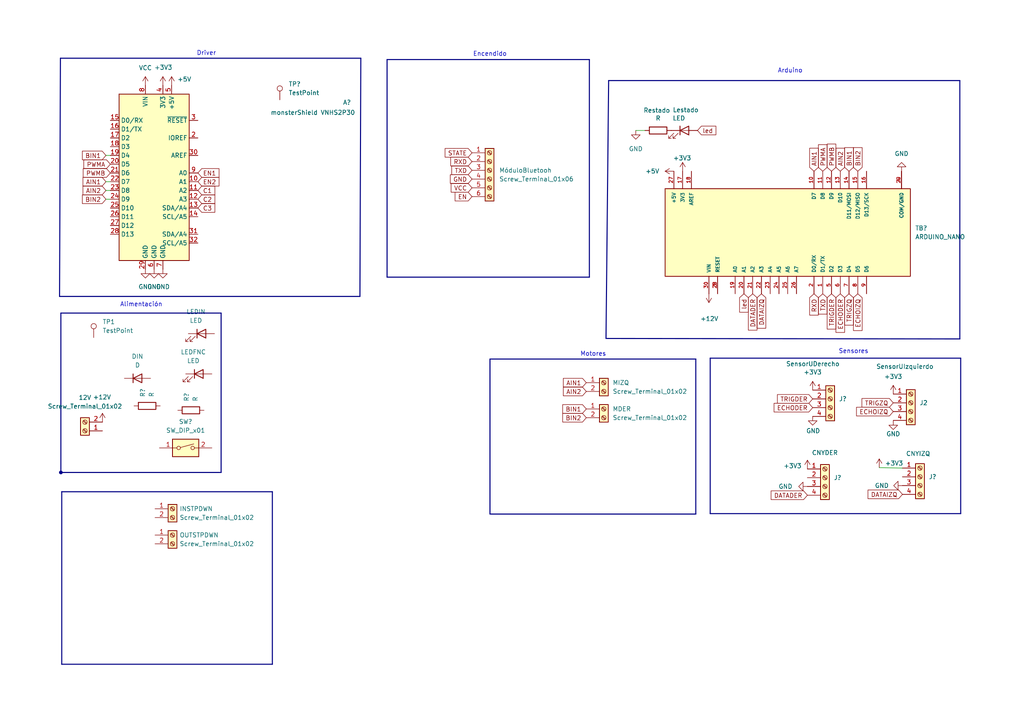
<source format=kicad_sch>
(kicad_sch (version 20211123) (generator eeschema)

  (uuid 9538e4ed-27e6-4c37-b989-9859dc0d49e8)

  (paper "A4")

  (lib_symbols
    (symbol "ARDUINO_NANO:ARDUINO_NANO" (pin_names (offset 1.016)) (in_bom yes) (on_board yes)
      (property "Reference" "TB" (id 0) (at -12.7 35.56 0)
        (effects (font (size 1.27 1.27)) (justify left bottom))
      )
      (property "Value" "ARDUINO_NANO" (id 1) (at -12.7 -38.1 0)
        (effects (font (size 1.27 1.27)) (justify left bottom))
      )
      (property "Footprint" "SHIELD_ARDUINO_NANO" (id 2) (at 0 0 0)
        (effects (font (size 1.27 1.27)) (justify bottom) hide)
      )
      (property "Datasheet" "" (id 3) (at 0 0 0)
        (effects (font (size 1.27 1.27)) hide)
      )
      (property "STANDARD" "Manufacturer Recommendations" (id 4) (at 0 0 0)
        (effects (font (size 1.27 1.27)) (justify bottom) hide)
      )
      (property "MANUFACTURER" "ARDUINO" (id 5) (at 0 0 0)
        (effects (font (size 1.27 1.27)) (justify bottom) hide)
      )
      (symbol "ARDUINO_NANO_0_0"
        (rectangle (start -12.7 -35.56) (end 12.7 35.56)
          (stroke (width 0.254) (type default) (color 0 0 0 0))
          (fill (type background))
        )
        (pin bidirectional line (at -17.78 -10.16 0) (length 5.08)
          (name "D1/TX" (effects (font (size 1.016 1.016))))
          (number "1" (effects (font (size 1.016 1.016))))
        )
        (pin bidirectional line (at 17.78 -7.62 180) (length 5.08)
          (name "D7" (effects (font (size 1.016 1.016))))
          (number "10" (effects (font (size 1.016 1.016))))
        )
        (pin bidirectional line (at 17.78 -10.16 180) (length 5.08)
          (name "D8" (effects (font (size 1.016 1.016))))
          (number "11" (effects (font (size 1.016 1.016))))
        )
        (pin bidirectional line (at 17.78 -12.7 180) (length 5.08)
          (name "D9" (effects (font (size 1.016 1.016))))
          (number "12" (effects (font (size 1.016 1.016))))
        )
        (pin bidirectional line (at 17.78 -15.24 180) (length 5.08)
          (name "D10" (effects (font (size 1.016 1.016))))
          (number "13" (effects (font (size 1.016 1.016))))
        )
        (pin bidirectional line (at 17.78 -17.78 180) (length 5.08)
          (name "D11/MOSI" (effects (font (size 1.016 1.016))))
          (number "14" (effects (font (size 1.016 1.016))))
        )
        (pin bidirectional line (at 17.78 -20.32 180) (length 5.08)
          (name "D12/MISO" (effects (font (size 1.016 1.016))))
          (number "15" (effects (font (size 1.016 1.016))))
        )
        (pin bidirectional line (at 17.78 -22.86 180) (length 5.08)
          (name "D13/SCK" (effects (font (size 1.016 1.016))))
          (number "16" (effects (font (size 1.016 1.016))))
        )
        (pin power_in line (at 17.78 30.48 180) (length 5.08)
          (name "3V3" (effects (font (size 1.016 1.016))))
          (number "17" (effects (font (size 1.016 1.016))))
        )
        (pin power_in line (at 17.78 27.94 180) (length 5.08)
          (name "AREF" (effects (font (size 1.016 1.016))))
          (number "18" (effects (font (size 1.016 1.016))))
        )
        (pin input line (at -17.78 15.24 0) (length 5.08)
          (name "A0" (effects (font (size 1.016 1.016))))
          (number "19" (effects (font (size 1.016 1.016))))
        )
        (pin bidirectional line (at -17.78 -7.62 0) (length 5.08)
          (name "D0/RX" (effects (font (size 1.016 1.016))))
          (number "2" (effects (font (size 1.016 1.016))))
        )
        (pin input line (at -17.78 12.7 0) (length 5.08)
          (name "A1" (effects (font (size 1.016 1.016))))
          (number "20" (effects (font (size 1.016 1.016))))
        )
        (pin input line (at -17.78 10.16 0) (length 5.08)
          (name "A2" (effects (font (size 1.016 1.016))))
          (number "21" (effects (font (size 1.016 1.016))))
        )
        (pin input line (at -17.78 7.62 0) (length 5.08)
          (name "A3" (effects (font (size 1.016 1.016))))
          (number "22" (effects (font (size 1.016 1.016))))
        )
        (pin input line (at -17.78 5.08 0) (length 5.08)
          (name "A4" (effects (font (size 1.016 1.016))))
          (number "23" (effects (font (size 1.016 1.016))))
        )
        (pin input line (at -17.78 2.54 0) (length 5.08)
          (name "A5" (effects (font (size 1.016 1.016))))
          (number "24" (effects (font (size 1.016 1.016))))
        )
        (pin input line (at -17.78 0 0) (length 5.08)
          (name "A6" (effects (font (size 1.016 1.016))))
          (number "25" (effects (font (size 1.016 1.016))))
        )
        (pin input line (at -17.78 -2.54 0) (length 5.08)
          (name "A7" (effects (font (size 1.016 1.016))))
          (number "26" (effects (font (size 1.016 1.016))))
        )
        (pin power_in line (at 17.78 33.02 180) (length 5.08)
          (name "+5V" (effects (font (size 1.016 1.016))))
          (number "27" (effects (font (size 1.016 1.016))))
        )
        (pin input line (at -17.78 20.32 0) (length 5.08)
          (name "RESET" (effects (font (size 1.016 1.016))))
          (number "28" (effects (font (size 1.016 1.016))))
        )
        (pin power_in line (at 17.78 -33.02 180) (length 5.08)
          (name "COM/GND" (effects (font (size 1.016 1.016))))
          (number "29" (effects (font (size 1.016 1.016))))
        )
        (pin input line (at -17.78 20.32 0) (length 5.08)
          (name "RESET" (effects (font (size 1.016 1.016))))
          (number "3" (effects (font (size 1.016 1.016))))
        )
        (pin input line (at -17.78 22.86 0) (length 5.08)
          (name "VIN" (effects (font (size 1.016 1.016))))
          (number "30" (effects (font (size 1.016 1.016))))
        )
        (pin power_in line (at 17.78 -33.02 180) (length 5.08)
          (name "COM/GND" (effects (font (size 1.016 1.016))))
          (number "4" (effects (font (size 1.016 1.016))))
        )
        (pin bidirectional line (at -17.78 -12.7 0) (length 5.08)
          (name "D2" (effects (font (size 1.016 1.016))))
          (number "5" (effects (font (size 1.016 1.016))))
        )
        (pin bidirectional line (at -17.78 -15.24 0) (length 5.08)
          (name "D3" (effects (font (size 1.016 1.016))))
          (number "6" (effects (font (size 1.016 1.016))))
        )
        (pin bidirectional line (at -17.78 -17.78 0) (length 5.08)
          (name "D4" (effects (font (size 1.016 1.016))))
          (number "7" (effects (font (size 1.016 1.016))))
        )
        (pin bidirectional line (at -17.78 -20.32 0) (length 5.08)
          (name "D5" (effects (font (size 1.016 1.016))))
          (number "8" (effects (font (size 1.016 1.016))))
        )
        (pin bidirectional line (at -17.78 -22.86 0) (length 5.08)
          (name "D6" (effects (font (size 1.016 1.016))))
          (number "9" (effects (font (size 1.016 1.016))))
        )
      )
    )
    (symbol "Connector:Screw_Terminal_01x02" (pin_names (offset 1.016) hide) (in_bom yes) (on_board yes)
      (property "Reference" "J" (id 0) (at 0 2.54 0)
        (effects (font (size 1.27 1.27)))
      )
      (property "Value" "Screw_Terminal_01x02" (id 1) (at 0 -5.08 0)
        (effects (font (size 1.27 1.27)))
      )
      (property "Footprint" "" (id 2) (at 0 0 0)
        (effects (font (size 1.27 1.27)) hide)
      )
      (property "Datasheet" "~" (id 3) (at 0 0 0)
        (effects (font (size 1.27 1.27)) hide)
      )
      (property "ki_keywords" "screw terminal" (id 4) (at 0 0 0)
        (effects (font (size 1.27 1.27)) hide)
      )
      (property "ki_description" "Generic screw terminal, single row, 01x02, script generated (kicad-library-utils/schlib/autogen/connector/)" (id 5) (at 0 0 0)
        (effects (font (size 1.27 1.27)) hide)
      )
      (property "ki_fp_filters" "TerminalBlock*:*" (id 6) (at 0 0 0)
        (effects (font (size 1.27 1.27)) hide)
      )
      (symbol "Screw_Terminal_01x02_1_1"
        (rectangle (start -1.27 1.27) (end 1.27 -3.81)
          (stroke (width 0.254) (type default) (color 0 0 0 0))
          (fill (type background))
        )
        (circle (center 0 -2.54) (radius 0.635)
          (stroke (width 0.1524) (type default) (color 0 0 0 0))
          (fill (type none))
        )
        (polyline
          (pts
            (xy -0.5334 -2.2098)
            (xy 0.3302 -3.048)
          )
          (stroke (width 0.1524) (type default) (color 0 0 0 0))
          (fill (type none))
        )
        (polyline
          (pts
            (xy -0.5334 0.3302)
            (xy 0.3302 -0.508)
          )
          (stroke (width 0.1524) (type default) (color 0 0 0 0))
          (fill (type none))
        )
        (polyline
          (pts
            (xy -0.3556 -2.032)
            (xy 0.508 -2.8702)
          )
          (stroke (width 0.1524) (type default) (color 0 0 0 0))
          (fill (type none))
        )
        (polyline
          (pts
            (xy -0.3556 0.508)
            (xy 0.508 -0.3302)
          )
          (stroke (width 0.1524) (type default) (color 0 0 0 0))
          (fill (type none))
        )
        (circle (center 0 0) (radius 0.635)
          (stroke (width 0.1524) (type default) (color 0 0 0 0))
          (fill (type none))
        )
        (pin passive line (at -5.08 0 0) (length 3.81)
          (name "Pin_1" (effects (font (size 1.27 1.27))))
          (number "1" (effects (font (size 1.27 1.27))))
        )
        (pin passive line (at -5.08 -2.54 0) (length 3.81)
          (name "Pin_2" (effects (font (size 1.27 1.27))))
          (number "2" (effects (font (size 1.27 1.27))))
        )
      )
    )
    (symbol "Connector:Screw_Terminal_01x04" (pin_names (offset 1.016) hide) (in_bom yes) (on_board yes)
      (property "Reference" "J" (id 0) (at 0 5.08 0)
        (effects (font (size 1.27 1.27)))
      )
      (property "Value" "Screw_Terminal_01x04" (id 1) (at 0 -7.62 0)
        (effects (font (size 1.27 1.27)))
      )
      (property "Footprint" "" (id 2) (at 0 0 0)
        (effects (font (size 1.27 1.27)) hide)
      )
      (property "Datasheet" "~" (id 3) (at 0 0 0)
        (effects (font (size 1.27 1.27)) hide)
      )
      (property "ki_keywords" "screw terminal" (id 4) (at 0 0 0)
        (effects (font (size 1.27 1.27)) hide)
      )
      (property "ki_description" "Generic screw terminal, single row, 01x04, script generated (kicad-library-utils/schlib/autogen/connector/)" (id 5) (at 0 0 0)
        (effects (font (size 1.27 1.27)) hide)
      )
      (property "ki_fp_filters" "TerminalBlock*:*" (id 6) (at 0 0 0)
        (effects (font (size 1.27 1.27)) hide)
      )
      (symbol "Screw_Terminal_01x04_1_1"
        (rectangle (start -1.27 3.81) (end 1.27 -6.35)
          (stroke (width 0.254) (type default) (color 0 0 0 0))
          (fill (type background))
        )
        (circle (center 0 -5.08) (radius 0.635)
          (stroke (width 0.1524) (type default) (color 0 0 0 0))
          (fill (type none))
        )
        (circle (center 0 -2.54) (radius 0.635)
          (stroke (width 0.1524) (type default) (color 0 0 0 0))
          (fill (type none))
        )
        (polyline
          (pts
            (xy -0.5334 -4.7498)
            (xy 0.3302 -5.588)
          )
          (stroke (width 0.1524) (type default) (color 0 0 0 0))
          (fill (type none))
        )
        (polyline
          (pts
            (xy -0.5334 -2.2098)
            (xy 0.3302 -3.048)
          )
          (stroke (width 0.1524) (type default) (color 0 0 0 0))
          (fill (type none))
        )
        (polyline
          (pts
            (xy -0.5334 0.3302)
            (xy 0.3302 -0.508)
          )
          (stroke (width 0.1524) (type default) (color 0 0 0 0))
          (fill (type none))
        )
        (polyline
          (pts
            (xy -0.5334 2.8702)
            (xy 0.3302 2.032)
          )
          (stroke (width 0.1524) (type default) (color 0 0 0 0))
          (fill (type none))
        )
        (polyline
          (pts
            (xy -0.3556 -4.572)
            (xy 0.508 -5.4102)
          )
          (stroke (width 0.1524) (type default) (color 0 0 0 0))
          (fill (type none))
        )
        (polyline
          (pts
            (xy -0.3556 -2.032)
            (xy 0.508 -2.8702)
          )
          (stroke (width 0.1524) (type default) (color 0 0 0 0))
          (fill (type none))
        )
        (polyline
          (pts
            (xy -0.3556 0.508)
            (xy 0.508 -0.3302)
          )
          (stroke (width 0.1524) (type default) (color 0 0 0 0))
          (fill (type none))
        )
        (polyline
          (pts
            (xy -0.3556 3.048)
            (xy 0.508 2.2098)
          )
          (stroke (width 0.1524) (type default) (color 0 0 0 0))
          (fill (type none))
        )
        (circle (center 0 0) (radius 0.635)
          (stroke (width 0.1524) (type default) (color 0 0 0 0))
          (fill (type none))
        )
        (circle (center 0 2.54) (radius 0.635)
          (stroke (width 0.1524) (type default) (color 0 0 0 0))
          (fill (type none))
        )
        (pin passive line (at -5.08 2.54 0) (length 3.81)
          (name "Pin_1" (effects (font (size 1.27 1.27))))
          (number "1" (effects (font (size 1.27 1.27))))
        )
        (pin passive line (at -5.08 0 0) (length 3.81)
          (name "Pin_2" (effects (font (size 1.27 1.27))))
          (number "2" (effects (font (size 1.27 1.27))))
        )
        (pin passive line (at -5.08 -2.54 0) (length 3.81)
          (name "Pin_3" (effects (font (size 1.27 1.27))))
          (number "3" (effects (font (size 1.27 1.27))))
        )
        (pin passive line (at -5.08 -5.08 0) (length 3.81)
          (name "Pin_4" (effects (font (size 1.27 1.27))))
          (number "4" (effects (font (size 1.27 1.27))))
        )
      )
    )
    (symbol "Connector:Screw_Terminal_01x06" (pin_names (offset 1.016) hide) (in_bom yes) (on_board yes)
      (property "Reference" "J" (id 0) (at 0 7.62 0)
        (effects (font (size 1.27 1.27)))
      )
      (property "Value" "Screw_Terminal_01x06" (id 1) (at 0 -10.16 0)
        (effects (font (size 1.27 1.27)))
      )
      (property "Footprint" "" (id 2) (at 0 0 0)
        (effects (font (size 1.27 1.27)) hide)
      )
      (property "Datasheet" "~" (id 3) (at 0 0 0)
        (effects (font (size 1.27 1.27)) hide)
      )
      (property "ki_keywords" "screw terminal" (id 4) (at 0 0 0)
        (effects (font (size 1.27 1.27)) hide)
      )
      (property "ki_description" "Generic screw terminal, single row, 01x06, script generated (kicad-library-utils/schlib/autogen/connector/)" (id 5) (at 0 0 0)
        (effects (font (size 1.27 1.27)) hide)
      )
      (property "ki_fp_filters" "TerminalBlock*:*" (id 6) (at 0 0 0)
        (effects (font (size 1.27 1.27)) hide)
      )
      (symbol "Screw_Terminal_01x06_1_1"
        (rectangle (start -1.27 6.35) (end 1.27 -8.89)
          (stroke (width 0.254) (type default) (color 0 0 0 0))
          (fill (type background))
        )
        (circle (center 0 -7.62) (radius 0.635)
          (stroke (width 0.1524) (type default) (color 0 0 0 0))
          (fill (type none))
        )
        (circle (center 0 -5.08) (radius 0.635)
          (stroke (width 0.1524) (type default) (color 0 0 0 0))
          (fill (type none))
        )
        (circle (center 0 -2.54) (radius 0.635)
          (stroke (width 0.1524) (type default) (color 0 0 0 0))
          (fill (type none))
        )
        (polyline
          (pts
            (xy -0.5334 -7.2898)
            (xy 0.3302 -8.128)
          )
          (stroke (width 0.1524) (type default) (color 0 0 0 0))
          (fill (type none))
        )
        (polyline
          (pts
            (xy -0.5334 -4.7498)
            (xy 0.3302 -5.588)
          )
          (stroke (width 0.1524) (type default) (color 0 0 0 0))
          (fill (type none))
        )
        (polyline
          (pts
            (xy -0.5334 -2.2098)
            (xy 0.3302 -3.048)
          )
          (stroke (width 0.1524) (type default) (color 0 0 0 0))
          (fill (type none))
        )
        (polyline
          (pts
            (xy -0.5334 0.3302)
            (xy 0.3302 -0.508)
          )
          (stroke (width 0.1524) (type default) (color 0 0 0 0))
          (fill (type none))
        )
        (polyline
          (pts
            (xy -0.5334 2.8702)
            (xy 0.3302 2.032)
          )
          (stroke (width 0.1524) (type default) (color 0 0 0 0))
          (fill (type none))
        )
        (polyline
          (pts
            (xy -0.5334 5.4102)
            (xy 0.3302 4.572)
          )
          (stroke (width 0.1524) (type default) (color 0 0 0 0))
          (fill (type none))
        )
        (polyline
          (pts
            (xy -0.3556 -7.112)
            (xy 0.508 -7.9502)
          )
          (stroke (width 0.1524) (type default) (color 0 0 0 0))
          (fill (type none))
        )
        (polyline
          (pts
            (xy -0.3556 -4.572)
            (xy 0.508 -5.4102)
          )
          (stroke (width 0.1524) (type default) (color 0 0 0 0))
          (fill (type none))
        )
        (polyline
          (pts
            (xy -0.3556 -2.032)
            (xy 0.508 -2.8702)
          )
          (stroke (width 0.1524) (type default) (color 0 0 0 0))
          (fill (type none))
        )
        (polyline
          (pts
            (xy -0.3556 0.508)
            (xy 0.508 -0.3302)
          )
          (stroke (width 0.1524) (type default) (color 0 0 0 0))
          (fill (type none))
        )
        (polyline
          (pts
            (xy -0.3556 3.048)
            (xy 0.508 2.2098)
          )
          (stroke (width 0.1524) (type default) (color 0 0 0 0))
          (fill (type none))
        )
        (polyline
          (pts
            (xy -0.3556 5.588)
            (xy 0.508 4.7498)
          )
          (stroke (width 0.1524) (type default) (color 0 0 0 0))
          (fill (type none))
        )
        (circle (center 0 0) (radius 0.635)
          (stroke (width 0.1524) (type default) (color 0 0 0 0))
          (fill (type none))
        )
        (circle (center 0 2.54) (radius 0.635)
          (stroke (width 0.1524) (type default) (color 0 0 0 0))
          (fill (type none))
        )
        (circle (center 0 5.08) (radius 0.635)
          (stroke (width 0.1524) (type default) (color 0 0 0 0))
          (fill (type none))
        )
        (pin passive line (at -5.08 5.08 0) (length 3.81)
          (name "Pin_1" (effects (font (size 1.27 1.27))))
          (number "1" (effects (font (size 1.27 1.27))))
        )
        (pin passive line (at -5.08 2.54 0) (length 3.81)
          (name "Pin_2" (effects (font (size 1.27 1.27))))
          (number "2" (effects (font (size 1.27 1.27))))
        )
        (pin passive line (at -5.08 0 0) (length 3.81)
          (name "Pin_3" (effects (font (size 1.27 1.27))))
          (number "3" (effects (font (size 1.27 1.27))))
        )
        (pin passive line (at -5.08 -2.54 0) (length 3.81)
          (name "Pin_4" (effects (font (size 1.27 1.27))))
          (number "4" (effects (font (size 1.27 1.27))))
        )
        (pin passive line (at -5.08 -5.08 0) (length 3.81)
          (name "Pin_5" (effects (font (size 1.27 1.27))))
          (number "5" (effects (font (size 1.27 1.27))))
        )
        (pin passive line (at -5.08 -7.62 0) (length 3.81)
          (name "Pin_6" (effects (font (size 1.27 1.27))))
          (number "6" (effects (font (size 1.27 1.27))))
        )
      )
    )
    (symbol "Connector:TestPoint" (pin_numbers hide) (pin_names (offset 0.762) hide) (in_bom yes) (on_board yes)
      (property "Reference" "TP" (id 0) (at 0 6.858 0)
        (effects (font (size 1.27 1.27)))
      )
      (property "Value" "TestPoint" (id 1) (at 0 5.08 0)
        (effects (font (size 1.27 1.27)))
      )
      (property "Footprint" "" (id 2) (at 5.08 0 0)
        (effects (font (size 1.27 1.27)) hide)
      )
      (property "Datasheet" "~" (id 3) (at 5.08 0 0)
        (effects (font (size 1.27 1.27)) hide)
      )
      (property "ki_keywords" "test point tp" (id 4) (at 0 0 0)
        (effects (font (size 1.27 1.27)) hide)
      )
      (property "ki_description" "test point" (id 5) (at 0 0 0)
        (effects (font (size 1.27 1.27)) hide)
      )
      (property "ki_fp_filters" "Pin* Test*" (id 6) (at 0 0 0)
        (effects (font (size 1.27 1.27)) hide)
      )
      (symbol "TestPoint_0_1"
        (circle (center 0 3.302) (radius 0.762)
          (stroke (width 0) (type default) (color 0 0 0 0))
          (fill (type none))
        )
      )
      (symbol "TestPoint_1_1"
        (pin passive line (at 0 0 90) (length 2.54)
          (name "1" (effects (font (size 1.27 1.27))))
          (number "1" (effects (font (size 1.27 1.27))))
        )
      )
    )
    (symbol "Device:D" (pin_numbers hide) (pin_names (offset 1.016) hide) (in_bom yes) (on_board yes)
      (property "Reference" "D" (id 0) (at 0 2.54 0)
        (effects (font (size 1.27 1.27)))
      )
      (property "Value" "D" (id 1) (at 0 -2.54 0)
        (effects (font (size 1.27 1.27)))
      )
      (property "Footprint" "" (id 2) (at 0 0 0)
        (effects (font (size 1.27 1.27)) hide)
      )
      (property "Datasheet" "~" (id 3) (at 0 0 0)
        (effects (font (size 1.27 1.27)) hide)
      )
      (property "ki_keywords" "diode" (id 4) (at 0 0 0)
        (effects (font (size 1.27 1.27)) hide)
      )
      (property "ki_description" "Diode" (id 5) (at 0 0 0)
        (effects (font (size 1.27 1.27)) hide)
      )
      (property "ki_fp_filters" "TO-???* *_Diode_* *SingleDiode* D_*" (id 6) (at 0 0 0)
        (effects (font (size 1.27 1.27)) hide)
      )
      (symbol "D_0_1"
        (polyline
          (pts
            (xy -1.27 1.27)
            (xy -1.27 -1.27)
          )
          (stroke (width 0.254) (type default) (color 0 0 0 0))
          (fill (type none))
        )
        (polyline
          (pts
            (xy 1.27 0)
            (xy -1.27 0)
          )
          (stroke (width 0) (type default) (color 0 0 0 0))
          (fill (type none))
        )
        (polyline
          (pts
            (xy 1.27 1.27)
            (xy 1.27 -1.27)
            (xy -1.27 0)
            (xy 1.27 1.27)
          )
          (stroke (width 0.254) (type default) (color 0 0 0 0))
          (fill (type none))
        )
      )
      (symbol "D_1_1"
        (pin passive line (at -3.81 0 0) (length 2.54)
          (name "K" (effects (font (size 1.27 1.27))))
          (number "1" (effects (font (size 1.27 1.27))))
        )
        (pin passive line (at 3.81 0 180) (length 2.54)
          (name "A" (effects (font (size 1.27 1.27))))
          (number "2" (effects (font (size 1.27 1.27))))
        )
      )
    )
    (symbol "Device:LED" (pin_numbers hide) (pin_names (offset 1.016) hide) (in_bom yes) (on_board yes)
      (property "Reference" "D" (id 0) (at 0 2.54 0)
        (effects (font (size 1.27 1.27)))
      )
      (property "Value" "LED" (id 1) (at 0 -2.54 0)
        (effects (font (size 1.27 1.27)))
      )
      (property "Footprint" "" (id 2) (at 0 0 0)
        (effects (font (size 1.27 1.27)) hide)
      )
      (property "Datasheet" "~" (id 3) (at 0 0 0)
        (effects (font (size 1.27 1.27)) hide)
      )
      (property "ki_keywords" "LED diode" (id 4) (at 0 0 0)
        (effects (font (size 1.27 1.27)) hide)
      )
      (property "ki_description" "Light emitting diode" (id 5) (at 0 0 0)
        (effects (font (size 1.27 1.27)) hide)
      )
      (property "ki_fp_filters" "LED* LED_SMD:* LED_THT:*" (id 6) (at 0 0 0)
        (effects (font (size 1.27 1.27)) hide)
      )
      (symbol "LED_0_1"
        (polyline
          (pts
            (xy -1.27 -1.27)
            (xy -1.27 1.27)
          )
          (stroke (width 0.254) (type default) (color 0 0 0 0))
          (fill (type none))
        )
        (polyline
          (pts
            (xy -1.27 0)
            (xy 1.27 0)
          )
          (stroke (width 0) (type default) (color 0 0 0 0))
          (fill (type none))
        )
        (polyline
          (pts
            (xy 1.27 -1.27)
            (xy 1.27 1.27)
            (xy -1.27 0)
            (xy 1.27 -1.27)
          )
          (stroke (width 0.254) (type default) (color 0 0 0 0))
          (fill (type none))
        )
        (polyline
          (pts
            (xy -3.048 -0.762)
            (xy -4.572 -2.286)
            (xy -3.81 -2.286)
            (xy -4.572 -2.286)
            (xy -4.572 -1.524)
          )
          (stroke (width 0) (type default) (color 0 0 0 0))
          (fill (type none))
        )
        (polyline
          (pts
            (xy -1.778 -0.762)
            (xy -3.302 -2.286)
            (xy -2.54 -2.286)
            (xy -3.302 -2.286)
            (xy -3.302 -1.524)
          )
          (stroke (width 0) (type default) (color 0 0 0 0))
          (fill (type none))
        )
      )
      (symbol "LED_1_1"
        (pin passive line (at -3.81 0 0) (length 2.54)
          (name "K" (effects (font (size 1.27 1.27))))
          (number "1" (effects (font (size 1.27 1.27))))
        )
        (pin passive line (at 3.81 0 180) (length 2.54)
          (name "A" (effects (font (size 1.27 1.27))))
          (number "2" (effects (font (size 1.27 1.27))))
        )
      )
    )
    (symbol "Device:R" (pin_numbers hide) (pin_names (offset 0)) (in_bom yes) (on_board yes)
      (property "Reference" "R" (id 0) (at 2.032 0 90)
        (effects (font (size 1.27 1.27)))
      )
      (property "Value" "R" (id 1) (at 0 0 90)
        (effects (font (size 1.27 1.27)))
      )
      (property "Footprint" "" (id 2) (at -1.778 0 90)
        (effects (font (size 1.27 1.27)) hide)
      )
      (property "Datasheet" "~" (id 3) (at 0 0 0)
        (effects (font (size 1.27 1.27)) hide)
      )
      (property "ki_keywords" "R res resistor" (id 4) (at 0 0 0)
        (effects (font (size 1.27 1.27)) hide)
      )
      (property "ki_description" "Resistor" (id 5) (at 0 0 0)
        (effects (font (size 1.27 1.27)) hide)
      )
      (property "ki_fp_filters" "R_*" (id 6) (at 0 0 0)
        (effects (font (size 1.27 1.27)) hide)
      )
      (symbol "R_0_1"
        (rectangle (start -1.016 -2.54) (end 1.016 2.54)
          (stroke (width 0.254) (type default) (color 0 0 0 0))
          (fill (type none))
        )
      )
      (symbol "R_1_1"
        (pin passive line (at 0 3.81 270) (length 1.27)
          (name "~" (effects (font (size 1.27 1.27))))
          (number "1" (effects (font (size 1.27 1.27))))
        )
        (pin passive line (at 0 -3.81 90) (length 1.27)
          (name "~" (effects (font (size 1.27 1.27))))
          (number "2" (effects (font (size 1.27 1.27))))
        )
      )
    )
    (symbol "MCU_Module:Arduino_UNO_R3" (in_bom yes) (on_board yes)
      (property "Reference" "A" (id 0) (at -10.16 23.495 0)
        (effects (font (size 1.27 1.27)) (justify left bottom))
      )
      (property "Value" "Arduino_UNO_R3" (id 1) (at 5.08 -26.67 0)
        (effects (font (size 1.27 1.27)) (justify left top))
      )
      (property "Footprint" "Module:Arduino_UNO_R3" (id 2) (at 0 0 0)
        (effects (font (size 1.27 1.27) italic) hide)
      )
      (property "Datasheet" "https://www.arduino.cc/en/Main/arduinoBoardUno" (id 3) (at 0 0 0)
        (effects (font (size 1.27 1.27)) hide)
      )
      (property "ki_keywords" "Arduino UNO R3 Microcontroller Module Atmel AVR USB" (id 4) (at 0 0 0)
        (effects (font (size 1.27 1.27)) hide)
      )
      (property "ki_description" "Arduino UNO Microcontroller Module, release 3" (id 5) (at 0 0 0)
        (effects (font (size 1.27 1.27)) hide)
      )
      (property "ki_fp_filters" "Arduino*UNO*R3*" (id 6) (at 0 0 0)
        (effects (font (size 1.27 1.27)) hide)
      )
      (symbol "Arduino_UNO_R3_0_1"
        (rectangle (start -10.16 22.86) (end 10.16 -25.4)
          (stroke (width 0.254) (type default) (color 0 0 0 0))
          (fill (type background))
        )
      )
      (symbol "Arduino_UNO_R3_1_1"
        (pin no_connect line (at -10.16 -20.32 0) (length 2.54) hide
          (name "NC" (effects (font (size 1.27 1.27))))
          (number "1" (effects (font (size 1.27 1.27))))
        )
        (pin bidirectional line (at 12.7 -2.54 180) (length 2.54)
          (name "A1" (effects (font (size 1.27 1.27))))
          (number "10" (effects (font (size 1.27 1.27))))
        )
        (pin bidirectional line (at 12.7 -5.08 180) (length 2.54)
          (name "A2" (effects (font (size 1.27 1.27))))
          (number "11" (effects (font (size 1.27 1.27))))
        )
        (pin bidirectional line (at 12.7 -7.62 180) (length 2.54)
          (name "A3" (effects (font (size 1.27 1.27))))
          (number "12" (effects (font (size 1.27 1.27))))
        )
        (pin bidirectional line (at 12.7 -10.16 180) (length 2.54)
          (name "SDA/A4" (effects (font (size 1.27 1.27))))
          (number "13" (effects (font (size 1.27 1.27))))
        )
        (pin bidirectional line (at 12.7 -12.7 180) (length 2.54)
          (name "SCL/A5" (effects (font (size 1.27 1.27))))
          (number "14" (effects (font (size 1.27 1.27))))
        )
        (pin bidirectional line (at -12.7 15.24 0) (length 2.54)
          (name "D0/RX" (effects (font (size 1.27 1.27))))
          (number "15" (effects (font (size 1.27 1.27))))
        )
        (pin bidirectional line (at -12.7 12.7 0) (length 2.54)
          (name "D1/TX" (effects (font (size 1.27 1.27))))
          (number "16" (effects (font (size 1.27 1.27))))
        )
        (pin bidirectional line (at -12.7 10.16 0) (length 2.54)
          (name "D2" (effects (font (size 1.27 1.27))))
          (number "17" (effects (font (size 1.27 1.27))))
        )
        (pin bidirectional line (at -12.7 7.62 0) (length 2.54)
          (name "D3" (effects (font (size 1.27 1.27))))
          (number "18" (effects (font (size 1.27 1.27))))
        )
        (pin bidirectional line (at -12.7 5.08 0) (length 2.54)
          (name "D4" (effects (font (size 1.27 1.27))))
          (number "19" (effects (font (size 1.27 1.27))))
        )
        (pin output line (at 12.7 10.16 180) (length 2.54)
          (name "IOREF" (effects (font (size 1.27 1.27))))
          (number "2" (effects (font (size 1.27 1.27))))
        )
        (pin bidirectional line (at -12.7 2.54 0) (length 2.54)
          (name "D5" (effects (font (size 1.27 1.27))))
          (number "20" (effects (font (size 1.27 1.27))))
        )
        (pin bidirectional line (at -12.7 0 0) (length 2.54)
          (name "D6" (effects (font (size 1.27 1.27))))
          (number "21" (effects (font (size 1.27 1.27))))
        )
        (pin bidirectional line (at -12.7 -2.54 0) (length 2.54)
          (name "D7" (effects (font (size 1.27 1.27))))
          (number "22" (effects (font (size 1.27 1.27))))
        )
        (pin bidirectional line (at -12.7 -5.08 0) (length 2.54)
          (name "D8" (effects (font (size 1.27 1.27))))
          (number "23" (effects (font (size 1.27 1.27))))
        )
        (pin bidirectional line (at -12.7 -7.62 0) (length 2.54)
          (name "D9" (effects (font (size 1.27 1.27))))
          (number "24" (effects (font (size 1.27 1.27))))
        )
        (pin bidirectional line (at -12.7 -10.16 0) (length 2.54)
          (name "D10" (effects (font (size 1.27 1.27))))
          (number "25" (effects (font (size 1.27 1.27))))
        )
        (pin bidirectional line (at -12.7 -12.7 0) (length 2.54)
          (name "D11" (effects (font (size 1.27 1.27))))
          (number "26" (effects (font (size 1.27 1.27))))
        )
        (pin bidirectional line (at -12.7 -15.24 0) (length 2.54)
          (name "D12" (effects (font (size 1.27 1.27))))
          (number "27" (effects (font (size 1.27 1.27))))
        )
        (pin bidirectional line (at -12.7 -17.78 0) (length 2.54)
          (name "D13" (effects (font (size 1.27 1.27))))
          (number "28" (effects (font (size 1.27 1.27))))
        )
        (pin power_in line (at -2.54 -27.94 90) (length 2.54)
          (name "GND" (effects (font (size 1.27 1.27))))
          (number "29" (effects (font (size 1.27 1.27))))
        )
        (pin input line (at 12.7 15.24 180) (length 2.54)
          (name "~{RESET}" (effects (font (size 1.27 1.27))))
          (number "3" (effects (font (size 1.27 1.27))))
        )
        (pin input line (at 12.7 5.08 180) (length 2.54)
          (name "AREF" (effects (font (size 1.27 1.27))))
          (number "30" (effects (font (size 1.27 1.27))))
        )
        (pin bidirectional line (at 12.7 -17.78 180) (length 2.54)
          (name "SDA/A4" (effects (font (size 1.27 1.27))))
          (number "31" (effects (font (size 1.27 1.27))))
        )
        (pin bidirectional line (at 12.7 -20.32 180) (length 2.54)
          (name "SCL/A5" (effects (font (size 1.27 1.27))))
          (number "32" (effects (font (size 1.27 1.27))))
        )
        (pin power_out line (at 2.54 25.4 270) (length 2.54)
          (name "3V3" (effects (font (size 1.27 1.27))))
          (number "4" (effects (font (size 1.27 1.27))))
        )
        (pin power_out line (at 5.08 25.4 270) (length 2.54)
          (name "+5V" (effects (font (size 1.27 1.27))))
          (number "5" (effects (font (size 1.27 1.27))))
        )
        (pin power_in line (at 0 -27.94 90) (length 2.54)
          (name "GND" (effects (font (size 1.27 1.27))))
          (number "6" (effects (font (size 1.27 1.27))))
        )
        (pin power_in line (at 2.54 -27.94 90) (length 2.54)
          (name "GND" (effects (font (size 1.27 1.27))))
          (number "7" (effects (font (size 1.27 1.27))))
        )
        (pin power_in line (at -2.54 25.4 270) (length 2.54)
          (name "VIN" (effects (font (size 1.27 1.27))))
          (number "8" (effects (font (size 1.27 1.27))))
        )
        (pin bidirectional line (at 12.7 0 180) (length 2.54)
          (name "A0" (effects (font (size 1.27 1.27))))
          (number "9" (effects (font (size 1.27 1.27))))
        )
      )
    )
    (symbol "Switch:SW_DIP_x01" (pin_names (offset 0) hide) (in_bom yes) (on_board yes)
      (property "Reference" "SW" (id 0) (at 0 3.81 0)
        (effects (font (size 1.27 1.27)))
      )
      (property "Value" "SW_DIP_x01" (id 1) (at 0 -3.81 0)
        (effects (font (size 1.27 1.27)))
      )
      (property "Footprint" "" (id 2) (at 0 0 0)
        (effects (font (size 1.27 1.27)) hide)
      )
      (property "Datasheet" "~" (id 3) (at 0 0 0)
        (effects (font (size 1.27 1.27)) hide)
      )
      (property "ki_keywords" "dip switch" (id 4) (at 0 0 0)
        (effects (font (size 1.27 1.27)) hide)
      )
      (property "ki_description" "1x DIP Switch, Single Pole Single Throw (SPST) switch, small symbol" (id 5) (at 0 0 0)
        (effects (font (size 1.27 1.27)) hide)
      )
      (property "ki_fp_filters" "SW?DIP?x1*" (id 6) (at 0 0 0)
        (effects (font (size 1.27 1.27)) hide)
      )
      (symbol "SW_DIP_x01_0_0"
        (circle (center -2.032 0) (radius 0.508)
          (stroke (width 0) (type default) (color 0 0 0 0))
          (fill (type none))
        )
        (polyline
          (pts
            (xy -1.524 0.127)
            (xy 2.3622 1.1684)
          )
          (stroke (width 0) (type default) (color 0 0 0 0))
          (fill (type none))
        )
        (circle (center 2.032 0) (radius 0.508)
          (stroke (width 0) (type default) (color 0 0 0 0))
          (fill (type none))
        )
      )
      (symbol "SW_DIP_x01_0_1"
        (rectangle (start -3.81 2.54) (end 3.81 -2.54)
          (stroke (width 0.254) (type default) (color 0 0 0 0))
          (fill (type background))
        )
      )
      (symbol "SW_DIP_x01_1_1"
        (pin passive line (at -7.62 0 0) (length 5.08)
          (name "~" (effects (font (size 1.27 1.27))))
          (number "1" (effects (font (size 1.27 1.27))))
        )
        (pin passive line (at 7.62 0 180) (length 5.08)
          (name "~" (effects (font (size 1.27 1.27))))
          (number "2" (effects (font (size 1.27 1.27))))
        )
      )
    )
    (symbol "power:+12V" (power) (pin_names (offset 0)) (in_bom yes) (on_board yes)
      (property "Reference" "#PWR" (id 0) (at 0 -3.81 0)
        (effects (font (size 1.27 1.27)) hide)
      )
      (property "Value" "+12V" (id 1) (at 0 3.556 0)
        (effects (font (size 1.27 1.27)))
      )
      (property "Footprint" "" (id 2) (at 0 0 0)
        (effects (font (size 1.27 1.27)) hide)
      )
      (property "Datasheet" "" (id 3) (at 0 0 0)
        (effects (font (size 1.27 1.27)) hide)
      )
      (property "ki_keywords" "power-flag" (id 4) (at 0 0 0)
        (effects (font (size 1.27 1.27)) hide)
      )
      (property "ki_description" "Power symbol creates a global label with name \"+12V\"" (id 5) (at 0 0 0)
        (effects (font (size 1.27 1.27)) hide)
      )
      (symbol "+12V_0_1"
        (polyline
          (pts
            (xy -0.762 1.27)
            (xy 0 2.54)
          )
          (stroke (width 0) (type default) (color 0 0 0 0))
          (fill (type none))
        )
        (polyline
          (pts
            (xy 0 0)
            (xy 0 2.54)
          )
          (stroke (width 0) (type default) (color 0 0 0 0))
          (fill (type none))
        )
        (polyline
          (pts
            (xy 0 2.54)
            (xy 0.762 1.27)
          )
          (stroke (width 0) (type default) (color 0 0 0 0))
          (fill (type none))
        )
      )
      (symbol "+12V_1_1"
        (pin power_in line (at 0 0 90) (length 0) hide
          (name "+12V" (effects (font (size 1.27 1.27))))
          (number "1" (effects (font (size 1.27 1.27))))
        )
      )
    )
    (symbol "power:+3.3V" (power) (pin_names (offset 0)) (in_bom yes) (on_board yes)
      (property "Reference" "#PWR" (id 0) (at 0 -3.81 0)
        (effects (font (size 1.27 1.27)) hide)
      )
      (property "Value" "+3.3V" (id 1) (at 0 3.556 0)
        (effects (font (size 1.27 1.27)))
      )
      (property "Footprint" "" (id 2) (at 0 0 0)
        (effects (font (size 1.27 1.27)) hide)
      )
      (property "Datasheet" "" (id 3) (at 0 0 0)
        (effects (font (size 1.27 1.27)) hide)
      )
      (property "ki_keywords" "power-flag" (id 4) (at 0 0 0)
        (effects (font (size 1.27 1.27)) hide)
      )
      (property "ki_description" "Power symbol creates a global label with name \"+3.3V\"" (id 5) (at 0 0 0)
        (effects (font (size 1.27 1.27)) hide)
      )
      (symbol "+3.3V_0_1"
        (polyline
          (pts
            (xy -0.762 1.27)
            (xy 0 2.54)
          )
          (stroke (width 0) (type default) (color 0 0 0 0))
          (fill (type none))
        )
        (polyline
          (pts
            (xy 0 0)
            (xy 0 2.54)
          )
          (stroke (width 0) (type default) (color 0 0 0 0))
          (fill (type none))
        )
        (polyline
          (pts
            (xy 0 2.54)
            (xy 0.762 1.27)
          )
          (stroke (width 0) (type default) (color 0 0 0 0))
          (fill (type none))
        )
      )
      (symbol "+3.3V_1_1"
        (pin power_in line (at 0 0 90) (length 0) hide
          (name "+3V3" (effects (font (size 1.27 1.27))))
          (number "1" (effects (font (size 1.27 1.27))))
        )
      )
    )
    (symbol "power:+5V" (power) (pin_names (offset 0)) (in_bom yes) (on_board yes)
      (property "Reference" "#PWR" (id 0) (at 0 -3.81 0)
        (effects (font (size 1.27 1.27)) hide)
      )
      (property "Value" "+5V" (id 1) (at 0 3.556 0)
        (effects (font (size 1.27 1.27)))
      )
      (property "Footprint" "" (id 2) (at 0 0 0)
        (effects (font (size 1.27 1.27)) hide)
      )
      (property "Datasheet" "" (id 3) (at 0 0 0)
        (effects (font (size 1.27 1.27)) hide)
      )
      (property "ki_keywords" "power-flag" (id 4) (at 0 0 0)
        (effects (font (size 1.27 1.27)) hide)
      )
      (property "ki_description" "Power symbol creates a global label with name \"+5V\"" (id 5) (at 0 0 0)
        (effects (font (size 1.27 1.27)) hide)
      )
      (symbol "+5V_0_1"
        (polyline
          (pts
            (xy -0.762 1.27)
            (xy 0 2.54)
          )
          (stroke (width 0) (type default) (color 0 0 0 0))
          (fill (type none))
        )
        (polyline
          (pts
            (xy 0 0)
            (xy 0 2.54)
          )
          (stroke (width 0) (type default) (color 0 0 0 0))
          (fill (type none))
        )
        (polyline
          (pts
            (xy 0 2.54)
            (xy 0.762 1.27)
          )
          (stroke (width 0) (type default) (color 0 0 0 0))
          (fill (type none))
        )
      )
      (symbol "+5V_1_1"
        (pin power_in line (at 0 0 90) (length 0) hide
          (name "+5V" (effects (font (size 1.27 1.27))))
          (number "1" (effects (font (size 1.27 1.27))))
        )
      )
    )
    (symbol "power:GND" (power) (pin_names (offset 0)) (in_bom yes) (on_board yes)
      (property "Reference" "#PWR" (id 0) (at 0 -6.35 0)
        (effects (font (size 1.27 1.27)) hide)
      )
      (property "Value" "GND" (id 1) (at 0 -3.81 0)
        (effects (font (size 1.27 1.27)))
      )
      (property "Footprint" "" (id 2) (at 0 0 0)
        (effects (font (size 1.27 1.27)) hide)
      )
      (property "Datasheet" "" (id 3) (at 0 0 0)
        (effects (font (size 1.27 1.27)) hide)
      )
      (property "ki_keywords" "power-flag" (id 4) (at 0 0 0)
        (effects (font (size 1.27 1.27)) hide)
      )
      (property "ki_description" "Power symbol creates a global label with name \"GND\" , ground" (id 5) (at 0 0 0)
        (effects (font (size 1.27 1.27)) hide)
      )
      (symbol "GND_0_1"
        (polyline
          (pts
            (xy 0 0)
            (xy 0 -1.27)
            (xy 1.27 -1.27)
            (xy 0 -2.54)
            (xy -1.27 -1.27)
            (xy 0 -1.27)
          )
          (stroke (width 0) (type default) (color 0 0 0 0))
          (fill (type none))
        )
      )
      (symbol "GND_1_1"
        (pin power_in line (at 0 0 270) (length 0) hide
          (name "GND" (effects (font (size 1.27 1.27))))
          (number "1" (effects (font (size 1.27 1.27))))
        )
      )
    )
    (symbol "power:VCC" (power) (pin_names (offset 0)) (in_bom yes) (on_board yes)
      (property "Reference" "#PWR" (id 0) (at 0 -3.81 0)
        (effects (font (size 1.27 1.27)) hide)
      )
      (property "Value" "VCC" (id 1) (at 0 3.81 0)
        (effects (font (size 1.27 1.27)))
      )
      (property "Footprint" "" (id 2) (at 0 0 0)
        (effects (font (size 1.27 1.27)) hide)
      )
      (property "Datasheet" "" (id 3) (at 0 0 0)
        (effects (font (size 1.27 1.27)) hide)
      )
      (property "ki_keywords" "power-flag" (id 4) (at 0 0 0)
        (effects (font (size 1.27 1.27)) hide)
      )
      (property "ki_description" "Power symbol creates a global label with name \"VCC\"" (id 5) (at 0 0 0)
        (effects (font (size 1.27 1.27)) hide)
      )
      (symbol "VCC_0_1"
        (polyline
          (pts
            (xy -0.762 1.27)
            (xy 0 2.54)
          )
          (stroke (width 0) (type default) (color 0 0 0 0))
          (fill (type none))
        )
        (polyline
          (pts
            (xy 0 0)
            (xy 0 2.54)
          )
          (stroke (width 0) (type default) (color 0 0 0 0))
          (fill (type none))
        )
        (polyline
          (pts
            (xy 0 2.54)
            (xy 0.762 1.27)
          )
          (stroke (width 0) (type default) (color 0 0 0 0))
          (fill (type none))
        )
      )
      (symbol "VCC_1_1"
        (pin power_in line (at 0 0 90) (length 0) hide
          (name "VCC" (effects (font (size 1.27 1.27))))
          (number "1" (effects (font (size 1.27 1.27))))
        )
      )
    )
  )

  (junction (at 17.653 137.033) (diameter 0) (color 0 0 0 0)
    (uuid 435dda51-ae76-416b-909d-368c3bc277ce)
  )

  (wire (pts (xy 255.016 135.636) (xy 261.747 135.763))
    (stroke (width 0) (type default) (color 0 0 0 0))
    (uuid 04c0e4e9-9ead-4fd8-a4df-b09751ed9e56)
  )
  (bus (pts (xy 17.907 142.621) (xy 17.907 192.659))
    (stroke (width 0) (type default) (color 0 0 0 0))
    (uuid 06420b79-f1fc-4026-bc01-d815d7cfcd4d)
  )
  (bus (pts (xy 104.648 16.891) (xy 104.394 85.979))
    (stroke (width 0) (type default) (color 0 0 0 0))
    (uuid 0dfc186c-d69d-41f7-b5bf-dd69489b9faa)
  )
  (bus (pts (xy 278.638 103.886) (xy 278.638 148.971))
    (stroke (width 0) (type default) (color 0 0 0 0))
    (uuid 2753a843-09ac-4d9f-a31e-5bdc9d33b084)
  )

  (wire (pts (xy 30.734 55.245) (xy 32.004 55.245))
    (stroke (width 0) (type default) (color 0 0 0 0))
    (uuid 27b8a43c-6337-455a-affc-6033f420548f)
  )
  (bus (pts (xy 17.526 16.891) (xy 17.272 85.979))
    (stroke (width 0) (type default) (color 0 0 0 0))
    (uuid 37aa73ff-cce7-4081-b03f-58d8207d2103)
  )
  (bus (pts (xy 78.994 192.659) (xy 17.907 192.659))
    (stroke (width 0) (type default) (color 0 0 0 0))
    (uuid 3b01e74f-4786-4085-a81c-f005ef68ad3b)
  )
  (bus (pts (xy 78.994 142.621) (xy 78.994 192.659))
    (stroke (width 0) (type default) (color 0 0 0 0))
    (uuid 458f7c46-4760-4fd6-bc19-1e57938220e8)
  )
  (bus (pts (xy 205.994 103.886) (xy 278.638 103.886))
    (stroke (width 0) (type default) (color 0 0 0 0))
    (uuid 4820881a-c089-4751-a9dd-9ad5aa220f90)
  )
  (bus (pts (xy 112.268 17.272) (xy 170.942 17.272))
    (stroke (width 0) (type default) (color 0 0 0 0))
    (uuid 4c848a42-aecf-494c-a57b-981934e7b1c0)
  )
  (bus (pts (xy 278.638 148.971) (xy 205.994 148.971))
    (stroke (width 0) (type default) (color 0 0 0 0))
    (uuid 4ea5d199-4ee3-461a-abe8-f4036ce6cdc5)
  )

  (wire (pts (xy 184.404 37.846) (xy 187.071 37.846))
    (stroke (width 0) (type default) (color 0 0 0 0))
    (uuid 558cbe1f-b2d4-4a19-88c3-3ba9ffa682af)
  )
  (bus (pts (xy 278.384 23.368) (xy 278.384 98.298))
    (stroke (width 0) (type default) (color 0 0 0 0))
    (uuid 5e3ca9e8-0260-4e6b-9246-fb1c6934f35f)
  )
  (bus (pts (xy 142.113 149.098) (xy 142.113 104.14))
    (stroke (width 0) (type default) (color 0 0 0 0))
    (uuid 5f060d25-d5c7-455c-ac29-d4aecca08de9)
  )
  (bus (pts (xy 64.135 90.805) (xy 64.135 137.033))
    (stroke (width 0) (type default) (color 0 0 0 0))
    (uuid 5f06452e-7f62-43dd-8eb8-1bb898867025)
  )

  (wire (pts (xy 30.734 45.085) (xy 32.004 45.085))
    (stroke (width 0) (type default) (color 0 0 0 0))
    (uuid 6679fcf7-68fc-49fb-8b0e-581cdd2c9959)
  )
  (bus (pts (xy 201.803 149.098) (xy 142.113 149.098))
    (stroke (width 0) (type default) (color 0 0 0 0))
    (uuid 72c7b5e3-e21f-4c07-9987-cb4cce8762b9)
  )
  (bus (pts (xy 278.384 98.298) (xy 175.768 98.171))
    (stroke (width 0) (type default) (color 0 0 0 0))
    (uuid 78aafe37-8da2-4652-8543-18ebef8d21dc)
  )
  (bus (pts (xy 112.268 80.391) (xy 170.942 80.391))
    (stroke (width 0) (type default) (color 0 0 0 0))
    (uuid 8c7a4860-2f1b-413e-ae5d-57d44467f86a)
  )
  (bus (pts (xy 17.526 16.891) (xy 104.648 16.891))
    (stroke (width 0) (type default) (color 0 0 0 0))
    (uuid 981b55d5-0753-4e86-9d83-e78749534b3d)
  )
  (bus (pts (xy 17.653 137.033) (xy 64.135 137.033))
    (stroke (width 0) (type default) (color 0 0 0 0))
    (uuid aa84c8ae-520d-4cf5-91ca-72cea3e18395)
  )

  (wire (pts (xy 30.734 57.785) (xy 32.004 57.785))
    (stroke (width 0) (type default) (color 0 0 0 0))
    (uuid b202af70-5068-4715-b19e-d4b1edb56bd5)
  )
  (bus (pts (xy 205.994 103.886) (xy 205.994 148.971))
    (stroke (width 0) (type default) (color 0 0 0 0))
    (uuid c75c3c9f-91ae-4c50-a4fc-dc37b44352e3)
  )
  (bus (pts (xy 17.653 90.805) (xy 64.135 90.805))
    (stroke (width 0) (type default) (color 0 0 0 0))
    (uuid c86b25a0-938d-4294-96e0-f207c367ae21)
  )
  (bus (pts (xy 104.394 85.979) (xy 17.272 85.979))
    (stroke (width 0) (type default) (color 0 0 0 0))
    (uuid d2f08f28-6a67-4f8d-97fb-65c792a73745)
  )
  (bus (pts (xy 112.268 17.272) (xy 112.268 80.391))
    (stroke (width 0) (type default) (color 0 0 0 0))
    (uuid e0771a75-a138-44f1-9b76-056bcfc73181)
  )
  (bus (pts (xy 17.653 90.805) (xy 17.653 137.033))
    (stroke (width 0) (type default) (color 0 0 0 0))
    (uuid e7fe435f-68da-4430-8e21-9281b217bb5e)
  )
  (bus (pts (xy 17.526 137.033) (xy 17.653 137.033))
    (stroke (width 0) (type default) (color 0 0 0 0))
    (uuid ece8349a-c003-48ad-8ed5-15ef9c735073)
  )
  (bus (pts (xy 176.53 23.368) (xy 278.384 23.368))
    (stroke (width 0) (type default) (color 0 0 0 0))
    (uuid eec6f1b0-e4aa-49f8-b4a3-e9424cd19e76)
  )
  (bus (pts (xy 17.907 142.621) (xy 78.994 142.621))
    (stroke (width 0) (type default) (color 0 0 0 0))
    (uuid eeea6099-cee2-4161-bcf0-4b0088c42c3b)
  )
  (bus (pts (xy 142.113 104.14) (xy 201.803 104.14))
    (stroke (width 0) (type default) (color 0 0 0 0))
    (uuid f8ddb517-1dd2-4941-9689-5b472c967c7a)
  )
  (bus (pts (xy 176.53 23.368) (xy 175.768 98.171))
    (stroke (width 0) (type default) (color 0 0 0 0))
    (uuid fb070305-7327-4d47-aaa2-52c1d26471d3)
  )
  (bus (pts (xy 170.942 80.391) (xy 170.942 17.272))
    (stroke (width 0) (type default) (color 0 0 0 0))
    (uuid fb0870f4-892d-40c9-986c-d8e4838dbaa1)
  )

  (wire (pts (xy 30.734 52.705) (xy 32.004 52.705))
    (stroke (width 0) (type default) (color 0 0 0 0))
    (uuid fbcc19a5-1e7b-4335-8f9f-3682636308ca)
  )
  (bus (pts (xy 201.803 104.14) (xy 201.803 149.098))
    (stroke (width 0) (type default) (color 0 0 0 0))
    (uuid fe1597d1-4616-4966-af8e-8914eb2f096e)
  )

  (text "Sensores\n" (at 243.205 102.743 0)
    (effects (font (size 1.27 1.27)) (justify left bottom))
    (uuid 05b544c2-a26d-4af7-9516-78e8af8d4f5d)
  )
  (text "Alimentación" (at 34.798 89.154 0)
    (effects (font (size 1.27 1.27)) (justify left bottom))
    (uuid 6f79164a-ca63-4219-8918-281bfcb8510a)
  )
  (text "Arduino\n" (at 225.552 21.336 0)
    (effects (font (size 1.27 1.27)) (justify left bottom))
    (uuid a133a371-8505-4901-bf4c-2b1182924521)
  )
  (text "Driver\n" (at 57.023 16.256 0)
    (effects (font (size 1.27 1.27)) (justify left bottom))
    (uuid c2a453fc-09f5-4fb8-9cec-a4ec59096adb)
  )
  (text "Motores\n" (at 168.275 103.505 0)
    (effects (font (size 1.27 1.27)) (justify left bottom))
    (uuid f1eb163d-fa34-4ded-aa9f-3e325c9527f7)
  )
  (text "Encendido\n" (at 137.16 16.51 0)
    (effects (font (size 1.27 1.27)) (justify left bottom))
    (uuid f5e5755e-cc67-4122-94e4-9aa31871be9c)
  )

  (global_label "BIN2" (shape input) (at 30.734 57.785 180) (fields_autoplaced)
    (effects (font (size 1.27 1.27)) (justify right))
    (uuid 00b7ea72-880e-484a-a689-6c8cf8e049a3)
    (property "Intersheet References" "${INTERSHEET_REFS}" (id 0) (at 23.9061 57.8644 0)
      (effects (font (size 1.27 1.27)) (justify right) hide)
    )
  )
  (global_label "VCC" (shape input) (at 136.906 54.483 180) (fields_autoplaced)
    (effects (font (size 1.27 1.27)) (justify right))
    (uuid 029d074d-4fe6-4a11-bb17-fcefa92a0bd2)
    (property "Intersheet References" "${INTERSHEET_REFS}" (id 0) (at 130.8643 54.4036 0)
      (effects (font (size 1.27 1.27)) (justify right) hide)
    )
  )
  (global_label "EN2" (shape input) (at 57.404 52.705 0) (fields_autoplaced)
    (effects (font (size 1.27 1.27)) (justify left))
    (uuid 048cca38-b16d-494d-8100-ffba015caa68)
    (property "Intersheet References" "${INTERSHEET_REFS}" (id 0) (at 63.5061 52.6256 0)
      (effects (font (size 1.27 1.27)) (justify left) hide)
    )
  )
  (global_label "led" (shape input) (at 215.773 85.217 270) (fields_autoplaced)
    (effects (font (size 1.27 1.27)) (justify right))
    (uuid 0c4b9fd4-2531-4093-89e9-59a3733252fc)
    (property "Intersheet References" "${INTERSHEET_REFS}" (id 0) (at 215.8524 90.533 90)
      (effects (font (size 1.27 1.27)) (justify right) hide)
    )
  )
  (global_label "led" (shape input) (at 202.311 37.846 0) (fields_autoplaced)
    (effects (font (size 1.27 1.27)) (justify left))
    (uuid 0cb2aad8-9896-4abb-9c7d-3c88e4f33ef1)
    (property "Intersheet References" "${INTERSHEET_REFS}" (id 0) (at 207.627 37.7666 0)
      (effects (font (size 1.27 1.27)) (justify left) hide)
    )
  )
  (global_label "BIN1" (shape input) (at 30.734 45.085 180) (fields_autoplaced)
    (effects (font (size 1.27 1.27)) (justify right))
    (uuid 0df390b8-f1d1-44d3-b74f-3a673a277ad9)
    (property "Intersheet References" "${INTERSHEET_REFS}" (id 0) (at 23.9061 45.0056 0)
      (effects (font (size 1.27 1.27)) (justify right) hide)
    )
  )
  (global_label "C1" (shape input) (at 57.404 55.245 0) (fields_autoplaced)
    (effects (font (size 1.27 1.27)) (justify left))
    (uuid 10022d08-668b-451e-b32f-9fb450a64413)
    (property "Intersheet References" "${INTERSHEET_REFS}" (id 0) (at 62.2966 55.1656 0)
      (effects (font (size 1.27 1.27)) (justify left) hide)
    )
  )
  (global_label "DATADER" (shape input) (at 234.188 143.637 180) (fields_autoplaced)
    (effects (font (size 1.27 1.27)) (justify right))
    (uuid 147d2c47-c364-48a2-ba40-a6adf3842a95)
    (property "Intersheet References" "${INTERSHEET_REFS}" (id 0) (at 223.6711 143.5576 0)
      (effects (font (size 1.27 1.27)) (justify right) hide)
    )
  )
  (global_label "TXD" (shape input) (at 136.906 49.403 180) (fields_autoplaced)
    (effects (font (size 1.27 1.27)) (justify right))
    (uuid 17643820-5f0a-4406-b8f8-d4df668d496f)
    (property "Intersheet References" "${INTERSHEET_REFS}" (id 0) (at 131.0458 49.3236 0)
      (effects (font (size 1.27 1.27)) (justify right) hide)
    )
  )
  (global_label "BIN2" (shape input) (at 248.793 49.657 90) (fields_autoplaced)
    (effects (font (size 1.27 1.27)) (justify left))
    (uuid 21cda801-3812-425c-9b0e-0146af22b896)
    (property "Intersheet References" "${INTERSHEET_REFS}" (id 0) (at 248.7136 42.8291 90)
      (effects (font (size 1.27 1.27)) (justify left) hide)
    )
  )
  (global_label "ECHOIZQ" (shape input) (at 248.793 85.217 270) (fields_autoplaced)
    (effects (font (size 1.27 1.27)) (justify right))
    (uuid 2985cbb7-0a94-4213-9958-afd69c81047a)
    (property "Intersheet References" "${INTERSHEET_REFS}" (id 0) (at 248.7136 95.8549 90)
      (effects (font (size 1.27 1.27)) (justify right) hide)
    )
  )
  (global_label "AIN2" (shape input) (at 30.734 55.245 180) (fields_autoplaced)
    (effects (font (size 1.27 1.27)) (justify right))
    (uuid 3054cd86-ff3f-4c91-a61b-862a2c791dcc)
    (property "Intersheet References" "${INTERSHEET_REFS}" (id 0) (at 24.0876 55.1656 0)
      (effects (font (size 1.27 1.27)) (justify right) hide)
    )
  )
  (global_label "ECHODER" (shape input) (at 243.713 85.217 270) (fields_autoplaced)
    (effects (font (size 1.27 1.27)) (justify right))
    (uuid 3360631b-f011-4d2c-bf23-628ab344abbe)
    (property "Intersheet References" "${INTERSHEET_REFS}" (id 0) (at 243.6336 96.3991 90)
      (effects (font (size 1.27 1.27)) (justify right) hide)
    )
  )
  (global_label "BIN1" (shape input) (at 246.253 49.657 90) (fields_autoplaced)
    (effects (font (size 1.27 1.27)) (justify left))
    (uuid 49a85c70-ca3f-45be-bcce-6e9daeec8072)
    (property "Intersheet References" "${INTERSHEET_REFS}" (id 0) (at 246.3324 42.8291 90)
      (effects (font (size 1.27 1.27)) (justify left) hide)
    )
  )
  (global_label "C2" (shape input) (at 57.404 57.785 0) (fields_autoplaced)
    (effects (font (size 1.27 1.27)) (justify left))
    (uuid 570a7b0a-8b3a-4c90-839f-f3f0fb7b5bc4)
    (property "Intersheet References" "${INTERSHEET_REFS}" (id 0) (at 62.2966 57.7056 0)
      (effects (font (size 1.27 1.27)) (justify left) hide)
    )
  )
  (global_label "PWMA" (shape input) (at 32.004 47.625 180) (fields_autoplaced)
    (effects (font (size 1.27 1.27)) (justify right))
    (uuid 6a7af943-e293-4d91-9bd4-7440e6fd2953)
    (property "Intersheet References" "${INTERSHEET_REFS}" (id 0) (at 24.3295 47.5456 0)
      (effects (font (size 1.27 1.27)) (justify right) hide)
    )
  )
  (global_label "DATAIZQ" (shape input) (at 220.853 85.217 270) (fields_autoplaced)
    (effects (font (size 1.27 1.27)) (justify right))
    (uuid 71f51fda-a8d0-4336-a915-2b20cfa4609c)
    (property "Intersheet References" "${INTERSHEET_REFS}" (id 0) (at 220.7736 95.1896 90)
      (effects (font (size 1.27 1.27)) (justify right) hide)
    )
  )
  (global_label "EN1" (shape input) (at 57.404 50.165 0) (fields_autoplaced)
    (effects (font (size 1.27 1.27)) (justify left))
    (uuid 741aadd5-62c7-4078-bc2b-973d4715ba65)
    (property "Intersheet References" "${INTERSHEET_REFS}" (id 0) (at 63.5061 50.0856 0)
      (effects (font (size 1.27 1.27)) (justify left) hide)
    )
  )
  (global_label "PWMB" (shape input) (at 241.173 49.657 90) (fields_autoplaced)
    (effects (font (size 1.27 1.27)) (justify left))
    (uuid 76bd23f2-eb80-4e9f-bcd4-8bb0c58ae9e3)
    (property "Intersheet References" "${INTERSHEET_REFS}" (id 0) (at 241.2524 41.801 90)
      (effects (font (size 1.27 1.27)) (justify left) hide)
    )
  )
  (global_label "EN" (shape input) (at 136.906 57.023 180) (fields_autoplaced)
    (effects (font (size 1.27 1.27)) (justify right))
    (uuid 80953a2a-742f-4c5e-b62d-c436833147fe)
    (property "Intersheet References" "${INTERSHEET_REFS}" (id 0) (at 132.0134 56.9436 0)
      (effects (font (size 1.27 1.27)) (justify right) hide)
    )
  )
  (global_label "ECHODER" (shape input) (at 235.712 118.237 180) (fields_autoplaced)
    (effects (font (size 1.27 1.27)) (justify right))
    (uuid 88d5b048-ced4-425f-8f6d-3fdbdc8e8e3c)
    (property "Intersheet References" "${INTERSHEET_REFS}" (id 0) (at 224.5299 118.1576 0)
      (effects (font (size 1.27 1.27)) (justify right) hide)
    )
  )
  (global_label "TRIGZQ" (shape input) (at 259.08 116.84 180) (fields_autoplaced)
    (effects (font (size 1.27 1.27)) (justify right))
    (uuid 972eeca7-d2b3-47dc-9911-a8775a206612)
    (property "Intersheet References" "${INTERSHEET_REFS}" (id 0) (at 250.0145 116.7606 0)
      (effects (font (size 1.27 1.27)) (justify right) hide)
    )
  )
  (global_label "ECHOIZQ" (shape input) (at 259.08 119.38 180) (fields_autoplaced)
    (effects (font (size 1.27 1.27)) (justify right))
    (uuid 9acaa7dc-a5b8-4dbf-ab38-82c5acc21b53)
    (property "Intersheet References" "${INTERSHEET_REFS}" (id 0) (at 248.4421 119.3006 0)
      (effects (font (size 1.27 1.27)) (justify right) hide)
    )
  )
  (global_label "AIN1" (shape input) (at 30.734 52.705 180) (fields_autoplaced)
    (effects (font (size 1.27 1.27)) (justify right))
    (uuid 9de72226-2d5a-4041-978f-a8668d5bb147)
    (property "Intersheet References" "${INTERSHEET_REFS}" (id 0) (at 24.0876 52.7844 0)
      (effects (font (size 1.27 1.27)) (justify right) hide)
    )
  )
  (global_label "DATAIZQ" (shape input) (at 261.747 143.383 180) (fields_autoplaced)
    (effects (font (size 1.27 1.27)) (justify right))
    (uuid a0d30fc8-3948-4e1c-a57b-7696dec2b267)
    (property "Intersheet References" "${INTERSHEET_REFS}" (id 0) (at 251.7744 143.3036 0)
      (effects (font (size 1.27 1.27)) (justify right) hide)
    )
  )
  (global_label "AIN2" (shape input) (at 170.053 113.538 180) (fields_autoplaced)
    (effects (font (size 1.27 1.27)) (justify right))
    (uuid a3368060-6737-4b63-a03b-b53125c21aa4)
    (property "Intersheet References" "${INTERSHEET_REFS}" (id 0) (at 163.4066 113.4586 0)
      (effects (font (size 1.27 1.27)) (justify right) hide)
    )
  )
  (global_label "PWMA" (shape input) (at 238.633 49.657 90) (fields_autoplaced)
    (effects (font (size 1.27 1.27)) (justify left))
    (uuid a49884e0-e88d-40f0-b5dc-9632239aabde)
    (property "Intersheet References" "${INTERSHEET_REFS}" (id 0) (at 238.7124 41.9825 90)
      (effects (font (size 1.27 1.27)) (justify left) hide)
    )
  )
  (global_label "DATADER" (shape input) (at 218.313 85.217 270) (fields_autoplaced)
    (effects (font (size 1.27 1.27)) (justify right))
    (uuid a5770667-4973-4533-909c-cd422067021d)
    (property "Intersheet References" "${INTERSHEET_REFS}" (id 0) (at 218.2336 95.7339 90)
      (effects (font (size 1.27 1.27)) (justify right) hide)
    )
  )
  (global_label "AIN1" (shape input) (at 236.093 49.657 90) (fields_autoplaced)
    (effects (font (size 1.27 1.27)) (justify left))
    (uuid a6c21fcc-28c5-47a3-b33f-78cda0eb45dc)
    (property "Intersheet References" "${INTERSHEET_REFS}" (id 0) (at 236.0136 43.0106 90)
      (effects (font (size 1.27 1.27)) (justify left) hide)
    )
  )
  (global_label "BIN2" (shape input) (at 170.053 121.158 180) (fields_autoplaced)
    (effects (font (size 1.27 1.27)) (justify right))
    (uuid af6962c1-1da7-47b8-b8f8-e62d224962ba)
    (property "Intersheet References" "${INTERSHEET_REFS}" (id 0) (at 163.2251 121.2374 0)
      (effects (font (size 1.27 1.27)) (justify right) hide)
    )
  )
  (global_label "BIN1" (shape input) (at 170.053 118.618 180) (fields_autoplaced)
    (effects (font (size 1.27 1.27)) (justify right))
    (uuid b6d0534c-56eb-48a8-9446-cddec728a944)
    (property "Intersheet References" "${INTERSHEET_REFS}" (id 0) (at 163.2251 118.5386 0)
      (effects (font (size 1.27 1.27)) (justify right) hide)
    )
  )
  (global_label "C3" (shape input) (at 57.404 60.325 0) (fields_autoplaced)
    (effects (font (size 1.27 1.27)) (justify left))
    (uuid c2a774bb-af93-4785-ba6f-f9554acc3629)
    (property "Intersheet References" "${INTERSHEET_REFS}" (id 0) (at 62.2966 60.2456 0)
      (effects (font (size 1.27 1.27)) (justify left) hide)
    )
  )
  (global_label "GND" (shape input) (at 136.906 51.943 180) (fields_autoplaced)
    (effects (font (size 1.27 1.27)) (justify right))
    (uuid c361b8ce-492e-4823-9ec8-ff338b855e83)
    (property "Intersheet References" "${INTERSHEET_REFS}" (id 0) (at 130.6224 51.8636 0)
      (effects (font (size 1.27 1.27)) (justify right) hide)
    )
  )
  (global_label "RXD" (shape input) (at 236.093 85.217 270) (fields_autoplaced)
    (effects (font (size 1.27 1.27)) (justify right))
    (uuid c385ac5a-e2d8-4c7f-8481-e0a9d84953f0)
    (property "Intersheet References" "${INTERSHEET_REFS}" (id 0) (at 236.0136 91.3796 90)
      (effects (font (size 1.27 1.27)) (justify right) hide)
    )
  )
  (global_label "STATE" (shape input) (at 136.906 44.323 180) (fields_autoplaced)
    (effects (font (size 1.27 1.27)) (justify right))
    (uuid cdd00b5c-c9a6-4af8-a6b4-f53db8249b0d)
    (property "Intersheet References" "${INTERSHEET_REFS}" (id 0) (at 129.1105 44.2436 0)
      (effects (font (size 1.27 1.27)) (justify right) hide)
    )
  )
  (global_label "TXD" (shape input) (at 238.633 85.217 270) (fields_autoplaced)
    (effects (font (size 1.27 1.27)) (justify right))
    (uuid d6f4fe5b-34dc-4812-9d77-f5a975de49d6)
    (property "Intersheet References" "${INTERSHEET_REFS}" (id 0) (at 238.5536 91.0772 90)
      (effects (font (size 1.27 1.27)) (justify right) hide)
    )
  )
  (global_label "AIN2" (shape input) (at 243.713 49.657 90) (fields_autoplaced)
    (effects (font (size 1.27 1.27)) (justify left))
    (uuid dca97ce1-4b88-44b2-9ebe-1b4b93a15f5f)
    (property "Intersheet References" "${INTERSHEET_REFS}" (id 0) (at 243.7924 43.0106 90)
      (effects (font (size 1.27 1.27)) (justify left) hide)
    )
  )
  (global_label "RXD" (shape input) (at 136.906 46.863 180) (fields_autoplaced)
    (effects (font (size 1.27 1.27)) (justify right))
    (uuid e0b8f5e1-f6c5-46c7-b9d8-6b735cd0df2e)
    (property "Intersheet References" "${INTERSHEET_REFS}" (id 0) (at 130.7434 46.7836 0)
      (effects (font (size 1.27 1.27)) (justify right) hide)
    )
  )
  (global_label "TRIGZQ" (shape input) (at 246.253 85.217 270) (fields_autoplaced)
    (effects (font (size 1.27 1.27)) (justify right))
    (uuid e9bb92dc-5cc5-4141-9f72-6b2a1a6d577f)
    (property "Intersheet References" "${INTERSHEET_REFS}" (id 0) (at 246.1736 94.2825 90)
      (effects (font (size 1.27 1.27)) (justify right) hide)
    )
  )
  (global_label "PWMB" (shape input) (at 32.004 50.165 180) (fields_autoplaced)
    (effects (font (size 1.27 1.27)) (justify right))
    (uuid ebf4cdf8-3996-4e1e-b5a6-9902e7715c53)
    (property "Intersheet References" "${INTERSHEET_REFS}" (id 0) (at 24.148 50.0856 0)
      (effects (font (size 1.27 1.27)) (justify right) hide)
    )
  )
  (global_label "AIN1" (shape input) (at 170.053 110.998 180) (fields_autoplaced)
    (effects (font (size 1.27 1.27)) (justify right))
    (uuid f0bebbab-79bb-4bf2-8821-ef817ff26d95)
    (property "Intersheet References" "${INTERSHEET_REFS}" (id 0) (at 163.4066 111.0774 0)
      (effects (font (size 1.27 1.27)) (justify right) hide)
    )
  )
  (global_label "TRIGDER" (shape input) (at 241.173 85.217 270) (fields_autoplaced)
    (effects (font (size 1.27 1.27)) (justify right))
    (uuid fef104ea-9772-44d2-8e50-5bc71724c3ef)
    (property "Intersheet References" "${INTERSHEET_REFS}" (id 0) (at 241.0936 95.4315 90)
      (effects (font (size 1.27 1.27)) (justify right) hide)
    )
  )
  (global_label "TRIGDER" (shape input) (at 235.712 115.697 180) (fields_autoplaced)
    (effects (font (size 1.27 1.27)) (justify right))
    (uuid ff9e864a-9515-410a-b26b-9ce7beaf79de)
    (property "Intersheet References" "${INTERSHEET_REFS}" (id 0) (at 225.4975 115.6176 0)
      (effects (font (size 1.27 1.27)) (justify right) hide)
    )
  )

  (symbol (lib_id "power:VCC") (at 42.164 24.765 0) (unit 1)
    (in_bom yes) (on_board yes) (fields_autoplaced)
    (uuid 023f1de1-58b6-4ee5-8ec3-059c8f5a5f9d)
    (property "Reference" "#PWR?" (id 0) (at 42.164 28.575 0)
      (effects (font (size 1.27 1.27)) hide)
    )
    (property "Value" "VCC" (id 1) (at 42.164 19.685 0))
    (property "Footprint" "" (id 2) (at 42.164 24.765 0)
      (effects (font (size 1.27 1.27)) hide)
    )
    (property "Datasheet" "" (id 3) (at 42.164 24.765 0)
      (effects (font (size 1.27 1.27)) hide)
    )
    (pin "1" (uuid da09fe88-25ae-4cab-8cb1-de35c9897d7a))
  )

  (symbol (lib_id "Connector:Screw_Terminal_01x02") (at 175.133 110.998 0) (unit 1)
    (in_bom yes) (on_board yes) (fields_autoplaced)
    (uuid 0c8f6167-59be-4c1c-acfb-788cb69c146f)
    (property "Reference" "MIZQ" (id 0) (at 177.673 110.9979 0)
      (effects (font (size 1.27 1.27)) (justify left))
    )
    (property "Value" "Screw_Terminal_01x02" (id 1) (at 177.673 113.5379 0)
      (effects (font (size 1.27 1.27)) (justify left))
    )
    (property "Footprint" "TerminalBlock:TerminalBlock_bornier-2_P5.08mm" (id 2) (at 175.133 110.998 0)
      (effects (font (size 1.27 1.27)) hide)
    )
    (property "Datasheet" "~" (id 3) (at 175.133 110.998 0)
      (effects (font (size 1.27 1.27)) hide)
    )
    (pin "1" (uuid 1b42197d-8a85-49b3-8e5d-44c933430eb0))
    (pin "2" (uuid b4ce4b24-b375-4443-9575-3ae5b3049231))
  )

  (symbol (lib_id "power:GND") (at 234.188 141.097 270) (unit 1)
    (in_bom yes) (on_board yes) (fields_autoplaced)
    (uuid 0d2796e7-16e7-4dfa-958f-42ffed1702a6)
    (property "Reference" "#PWR?" (id 0) (at 227.838 141.097 0)
      (effects (font (size 1.27 1.27)) hide)
    )
    (property "Value" "" (id 1) (at 229.87 141.0969 90)
      (effects (font (size 1.27 1.27)) (justify right))
    )
    (property "Footprint" "" (id 2) (at 234.188 141.097 0)
      (effects (font (size 1.27 1.27)) hide)
    )
    (property "Datasheet" "" (id 3) (at 234.188 141.097 0)
      (effects (font (size 1.27 1.27)) hide)
    )
    (pin "1" (uuid c88b34d4-497a-4a3f-a153-311870db19d0))
  )

  (symbol (lib_id "Connector:TestPoint") (at 27.178 97.917 0) (unit 1)
    (in_bom yes) (on_board yes) (fields_autoplaced)
    (uuid 0d7ea15c-2362-4fab-90f8-243454047248)
    (property "Reference" "TP1" (id 0) (at 29.718 93.3449 0)
      (effects (font (size 1.27 1.27)) (justify left))
    )
    (property "Value" "TestPoint" (id 1) (at 29.718 95.8849 0)
      (effects (font (size 1.27 1.27)) (justify left))
    )
    (property "Footprint" "TestPoint:TestPoint_Loop_D2.50mm_Drill1.85mm" (id 2) (at 32.258 97.917 0)
      (effects (font (size 1.27 1.27)) hide)
    )
    (property "Datasheet" "~" (id 3) (at 32.258 97.917 0)
      (effects (font (size 1.27 1.27)) hide)
    )
    (pin "1" (uuid 0bc45e0a-f3b4-457e-8294-593a75a7697d))
  )

  (symbol (lib_id "power:+3.3V") (at 197.993 49.657 0) (unit 1)
    (in_bom yes) (on_board yes)
    (uuid 10b092be-3bf1-46e6-ba77-79612cbf96c9)
    (property "Reference" "#PWR?" (id 0) (at 197.993 53.467 0)
      (effects (font (size 1.27 1.27)) hide)
    )
    (property "Value" "" (id 1) (at 197.866 45.847 0))
    (property "Footprint" "" (id 2) (at 197.993 49.657 0)
      (effects (font (size 1.27 1.27)) hide)
    )
    (property "Datasheet" "" (id 3) (at 197.993 49.657 0)
      (effects (font (size 1.27 1.27)) hide)
    )
    (pin "1" (uuid b9462377-5cc5-43ac-83ec-f449de4528df))
  )

  (symbol (lib_id "power:+3.3V") (at 235.712 113.157 0) (unit 1)
    (in_bom yes) (on_board yes) (fields_autoplaced)
    (uuid 28257243-be23-467c-93a5-ec044cbe2d3a)
    (property "Reference" "#PWR?" (id 0) (at 235.712 116.967 0)
      (effects (font (size 1.27 1.27)) hide)
    )
    (property "Value" "" (id 1) (at 235.712 107.95 0))
    (property "Footprint" "" (id 2) (at 235.712 113.157 0)
      (effects (font (size 1.27 1.27)) hide)
    )
    (property "Datasheet" "" (id 3) (at 235.712 113.157 0)
      (effects (font (size 1.27 1.27)) hide)
    )
    (pin "1" (uuid 1ac3c5a7-34f3-4f75-9651-09b9ebbb970f))
  )

  (symbol (lib_id "power:GND") (at 184.404 37.846 0) (unit 1)
    (in_bom yes) (on_board yes) (fields_autoplaced)
    (uuid 321ce35f-a67d-42ad-91fd-790c4b05443b)
    (property "Reference" "#PWR?" (id 0) (at 184.404 44.196 0)
      (effects (font (size 1.27 1.27)) hide)
    )
    (property "Value" "" (id 1) (at 184.404 43.18 0))
    (property "Footprint" "" (id 2) (at 184.404 37.846 0)
      (effects (font (size 1.27 1.27)) hide)
    )
    (property "Datasheet" "" (id 3) (at 184.404 37.846 0)
      (effects (font (size 1.27 1.27)) hide)
    )
    (pin "1" (uuid 597465f0-9050-4a0d-b94d-5ef39b0e05aa))
  )

  (symbol (lib_id "power:+12V") (at 29.718 122.428 0) (unit 1)
    (in_bom yes) (on_board yes)
    (uuid 363128fe-e10a-4b8e-9165-0ee0cb25f88f)
    (property "Reference" "#PWR?" (id 0) (at 29.718 126.238 0)
      (effects (font (size 1.27 1.27)) hide)
    )
    (property "Value" "" (id 1) (at 29.591 115.189 0))
    (property "Footprint" "" (id 2) (at 29.718 122.428 0)
      (effects (font (size 1.27 1.27)) hide)
    )
    (property "Datasheet" "" (id 3) (at 29.718 122.428 0)
      (effects (font (size 1.27 1.27)) hide)
    )
    (pin "1" (uuid ca06c009-baf3-43d5-b845-68067d8dcef2))
  )

  (symbol (lib_id "Device:D") (at 39.878 109.728 0) (unit 1)
    (in_bom yes) (on_board yes) (fields_autoplaced)
    (uuid 401187eb-99f9-4660-afbf-3b7061bbc6c1)
    (property "Reference" "DIN" (id 0) (at 39.878 103.378 0))
    (property "Value" "D" (id 1) (at 39.878 105.918 0))
    (property "Footprint" "Diode_THT:D_DO-15_P12.70mm_Horizontal" (id 2) (at 39.878 109.728 0)
      (effects (font (size 1.27 1.27)) hide)
    )
    (property "Datasheet" "~" (id 3) (at 39.878 109.728 0)
      (effects (font (size 1.27 1.27)) hide)
    )
    (pin "1" (uuid 08076e99-6c79-4953-bf61-fc871129f39f))
    (pin "2" (uuid 647e905e-1978-4d0b-905e-a952057d565e))
  )

  (symbol (lib_id "ARDUINO_NANO:ARDUINO_NANO") (at 228.473 67.437 90) (unit 1)
    (in_bom yes) (on_board yes) (fields_autoplaced)
    (uuid 4832fcdd-6ed8-41af-be9b-f6362df2e4d6)
    (property "Reference" "TB?" (id 0) (at 265.43 66.1669 90)
      (effects (font (size 1.27 1.27)) (justify right))
    )
    (property "Value" "" (id 1) (at 265.43 68.7069 90)
      (effects (font (size 1.27 1.27)) (justify right))
    )
    (property "Footprint" "" (id 2) (at 228.473 67.437 0)
      (effects (font (size 1.27 1.27)) (justify bottom) hide)
    )
    (property "Datasheet" "" (id 3) (at 228.473 67.437 0)
      (effects (font (size 1.27 1.27)) hide)
    )
    (property "STANDARD" "Manufacturer Recommendations" (id 4) (at 228.473 67.437 0)
      (effects (font (size 1.27 1.27)) (justify bottom) hide)
    )
    (property "MANUFACTURER" "ARDUINO" (id 5) (at 228.473 67.437 0)
      (effects (font (size 1.27 1.27)) (justify bottom) hide)
    )
    (pin "1" (uuid 502f8521-8d2f-4be1-b191-4b245cc2f9aa))
    (pin "10" (uuid a0c2fb43-b38a-4016-838b-0de35461f392))
    (pin "11" (uuid c3c5cdea-0f50-4aea-b866-fa160468afe6))
    (pin "12" (uuid 9ea10b38-373c-4d8a-9e49-6a3ad70d885f))
    (pin "13" (uuid 08cc0f04-5f02-4218-82bf-5f740a04e351))
    (pin "14" (uuid 55ae460d-677f-446f-87f2-488c91b5c488))
    (pin "15" (uuid b13716a8-5dad-4294-a908-730052836e4d))
    (pin "16" (uuid da3c09cc-6bae-4d77-aff5-abec7b307c42))
    (pin "17" (uuid 4605b81b-e6f6-471f-96b8-52a891c9d89d))
    (pin "18" (uuid a3c9b6c3-a930-4f9d-a205-c6f7b5da3f91))
    (pin "19" (uuid 7980ac57-bf42-44fc-a23f-1ed9e99cc9b1))
    (pin "2" (uuid 41fbe6cb-97aa-4c3f-a147-64fbda0f927b))
    (pin "20" (uuid eca724b2-a8fe-49a8-8242-82c2f80c47a8))
    (pin "21" (uuid 17b7535f-2b22-4665-b91b-9e26de3157b3))
    (pin "22" (uuid 13665eb3-0279-4b0f-8533-db5c992c4bf5))
    (pin "23" (uuid 24c68729-853b-4f4f-a8d1-037bce34e0e9))
    (pin "24" (uuid 27423cda-65c9-48b2-a183-c2d7a341b03d))
    (pin "25" (uuid 8f5bc100-fa1e-49bf-a2a6-0ec5f6a4e781))
    (pin "26" (uuid a0ce962a-63b3-466f-9cfa-5eb2fa37e9b2))
    (pin "27" (uuid 9d19e668-bd17-4851-b4e5-f07209106c3f))
    (pin "28" (uuid a1f46080-eb1f-4b90-9246-aab0f76a65d9))
    (pin "29" (uuid 82470d80-faf0-4092-afb1-99891e627a7c))
    (pin "3" (uuid 609d9b85-fe2e-459f-ad3e-96c6656686a7))
    (pin "30" (uuid 2fa1a5f5-8c0b-4de3-a8bd-27d48e20a1c4))
    (pin "4" (uuid 5a6422db-c22f-430e-9a30-0c48fe6b0d20))
    (pin "5" (uuid 4a60c1b4-7dd5-4e68-928d-7f64e4c6a670))
    (pin "6" (uuid 8b3c63a2-0a03-40da-9a87-d4c86968123a))
    (pin "7" (uuid 0404b0fd-9367-4f8d-ae0a-67719213917f))
    (pin "8" (uuid 9773e6ca-7454-4085-947e-ac7161d52410))
    (pin "9" (uuid 9cc934b9-ae85-46c9-ad13-40629a53fcea))
  )

  (symbol (lib_id "Connector:Screw_Terminal_01x04") (at 266.827 138.303 0) (unit 1)
    (in_bom yes) (on_board yes)
    (uuid 49bf22e5-1247-4894-b961-0ac2c6651899)
    (property "Reference" "J?" (id 0) (at 269.367 138.3029 0)
      (effects (font (size 1.27 1.27)) (justify left))
    )
    (property "Value" "" (id 1) (at 262.763 131.572 0)
      (effects (font (size 1.27 1.27)) (justify left))
    )
    (property "Footprint" "TerminalBlock:TerminalBlock_bornier-4_P5.08mm" (id 2) (at 266.827 138.303 0)
      (effects (font (size 1.27 1.27)) hide)
    )
    (property "Datasheet" "~" (id 3) (at 266.827 138.303 0)
      (effects (font (size 1.27 1.27)) hide)
    )
    (pin "1" (uuid 39ba174e-9bc8-4915-a9de-d10a1f36d12d))
    (pin "2" (uuid c7bd8e4f-3357-4666-b303-e590efe42604))
    (pin "3" (uuid 55a3cded-877b-485f-ab47-ea161a8cbea9))
    (pin "4" (uuid 8a8c8aab-8fff-4bc6-bcd5-81492c6f5a25))
  )

  (symbol (lib_id "power:GND") (at 42.164 78.105 0) (unit 1)
    (in_bom yes) (on_board yes) (fields_autoplaced)
    (uuid 4f0afcaf-8e53-4357-987c-788163a85cc8)
    (property "Reference" "#PWR?" (id 0) (at 42.164 84.455 0)
      (effects (font (size 1.27 1.27)) hide)
    )
    (property "Value" "GND" (id 1) (at 42.164 83.185 0))
    (property "Footprint" "" (id 2) (at 42.164 78.105 0)
      (effects (font (size 1.27 1.27)) hide)
    )
    (property "Datasheet" "" (id 3) (at 42.164 78.105 0)
      (effects (font (size 1.27 1.27)) hide)
    )
    (pin "1" (uuid ca3814d1-d0c6-42f5-8a33-e38db5494ef5))
  )

  (symbol (lib_id "power:GND") (at 44.704 78.105 0) (unit 1)
    (in_bom yes) (on_board yes) (fields_autoplaced)
    (uuid 52d06145-6ecc-4258-8b28-5673da5da386)
    (property "Reference" "#PWR?" (id 0) (at 44.704 84.455 0)
      (effects (font (size 1.27 1.27)) hide)
    )
    (property "Value" "GND" (id 1) (at 44.704 83.185 0))
    (property "Footprint" "" (id 2) (at 44.704 78.105 0)
      (effects (font (size 1.27 1.27)) hide)
    )
    (property "Datasheet" "" (id 3) (at 44.704 78.105 0)
      (effects (font (size 1.27 1.27)) hide)
    )
    (pin "1" (uuid dcca9172-f200-4bae-af11-5c7ef0ecff03))
  )

  (symbol (lib_id "Connector:Screw_Terminal_01x02") (at 50.038 147.574 0) (unit 1)
    (in_bom yes) (on_board yes) (fields_autoplaced)
    (uuid 54008593-bc0a-49f0-92ac-ae15da0a7bde)
    (property "Reference" "INSTPDWN" (id 0) (at 52.07 147.5739 0)
      (effects (font (size 1.27 1.27)) (justify left))
    )
    (property "Value" "Screw_Terminal_01x02" (id 1) (at 52.07 150.1139 0)
      (effects (font (size 1.27 1.27)) (justify left))
    )
    (property "Footprint" "TerminalBlock:TerminalBlock_bornier-2_P5.08mm" (id 2) (at 50.038 147.574 0)
      (effects (font (size 1.27 1.27)) hide)
    )
    (property "Datasheet" "~" (id 3) (at 50.038 147.574 0)
      (effects (font (size 1.27 1.27)) hide)
    )
    (pin "1" (uuid 04b9f4a2-5724-4aec-84e3-2687c9c9b4af))
    (pin "2" (uuid d0364e9f-4e64-4d3a-aa0a-40593faaf727))
  )

  (symbol (lib_id "power:+3.3V") (at 255.016 135.636 0) (unit 1)
    (in_bom yes) (on_board yes) (fields_autoplaced)
    (uuid 5b693346-6044-4913-b925-eb0cf31b4512)
    (property "Reference" "#PWR?" (id 0) (at 255.016 139.446 0)
      (effects (font (size 1.27 1.27)) hide)
    )
    (property "Value" "+3.3V" (id 1) (at 256.667 134.3659 0)
      (effects (font (size 1.27 1.27)) (justify left))
    )
    (property "Footprint" "" (id 2) (at 255.016 135.636 0)
      (effects (font (size 1.27 1.27)) hide)
    )
    (property "Datasheet" "" (id 3) (at 255.016 135.636 0)
      (effects (font (size 1.27 1.27)) hide)
    )
    (pin "1" (uuid 4323baaf-da28-4558-a3ea-770735eb5423))
  )

  (symbol (lib_id "MCU_Module:Arduino_UNO_R3") (at 44.704 50.165 0) (unit 1)
    (in_bom yes) (on_board yes)
    (uuid 5f1df1c3-0678-4696-ab8c-9b9563e89f8b)
    (property "Reference" "A?" (id 0) (at 99.441 29.718 0)
      (effects (font (size 1.27 1.27)) (justify left))
    )
    (property "Value" "monsterShield VNHS2P30" (id 1) (at 78.486 32.639 0)
      (effects (font (size 1.27 1.27)) (justify left))
    )
    (property "Footprint" "Module:Arduino_UNO_R3" (id 2) (at 44.704 50.165 0)
      (effects (font (size 1.27 1.27) italic) hide)
    )
    (property "Datasheet" "https://www.arduino.cc/en/Main/arduinoBoardUno" (id 3) (at 44.704 50.165 0)
      (effects (font (size 1.27 1.27)) hide)
    )
    (pin "1" (uuid 04ba3bfe-2b00-4d24-a669-3231703add53))
    (pin "10" (uuid a40e846b-0db2-43ba-a8ca-44c64c0c4b08))
    (pin "11" (uuid 1ce2756d-4bdc-4875-80a2-c5abd9be6a15))
    (pin "12" (uuid 226e99fa-2a65-4749-bff3-5d1cab44a6e4))
    (pin "13" (uuid 66f5e8d9-0b46-4843-a674-48099174f9b7))
    (pin "14" (uuid 7b666355-6463-44d0-b334-4eb14a654c7d))
    (pin "15" (uuid 05860c18-becd-43c2-bf0c-03e2e21dcf3d))
    (pin "16" (uuid 9d419078-bedc-412a-a508-00b94a7fd7cd))
    (pin "17" (uuid 589298ae-1d68-4a5e-a78a-0208b52339d4))
    (pin "18" (uuid 518baf01-22d8-494f-a3e6-244fe44fb8ac))
    (pin "19" (uuid 28ce06f2-bf9d-4b95-8bbe-b5f079000b45))
    (pin "2" (uuid ca837ca4-b1a6-49b8-a6d9-a98d4402835f))
    (pin "20" (uuid 2b41e7a9-0c09-4e41-9f7a-61ea0174a7da))
    (pin "21" (uuid edbbda10-f341-4191-9491-00666fea4863))
    (pin "22" (uuid 5f67292a-cbd7-4f53-b512-d39cb449a90d))
    (pin "23" (uuid 200b2be7-f7ab-4fb4-aa13-64b03182b75a))
    (pin "24" (uuid 2adf4b73-9c03-4a31-b41f-cd513fb61b77))
    (pin "25" (uuid 984aa65a-0e3f-4a39-921f-413190a0bf94))
    (pin "26" (uuid d5e0a62e-1109-48e3-a1f2-c93520d6a752))
    (pin "27" (uuid d09b9b63-b7b3-47e7-a123-06f5f7a95232))
    (pin "28" (uuid db60a83b-4d25-48c1-b85e-d57e37ab172a))
    (pin "29" (uuid 20e0f127-3af9-4fe0-8015-626b1c822e98))
    (pin "3" (uuid 5d2916db-9155-428b-a72e-21014d1d8e48))
    (pin "30" (uuid f4fa0b19-b752-4166-bc7f-e0ee627ac968))
    (pin "31" (uuid d787954a-96db-4033-b961-dbf95b90683d))
    (pin "32" (uuid 0a22e777-1680-4ad6-bc95-a4eb9dcd85fc))
    (pin "4" (uuid 0596a4e1-f35f-4645-a1af-a46bcfa8e52f))
    (pin "5" (uuid 796035c3-1430-4e67-ba5f-486cff44299b))
    (pin "6" (uuid f1f29832-eb98-4642-8266-28e3a8357066))
    (pin "7" (uuid ab56de5a-7274-4607-aa98-6ee84700f0e8))
    (pin "8" (uuid 6170dc7c-3a33-4b4d-8dd0-1f06ea9338d3))
    (pin "9" (uuid 0eca1d5e-9643-4391-a22a-ada8b18f8a7e))
  )

  (symbol (lib_id "Device:LED") (at 58.42 96.774 0) (unit 1)
    (in_bom yes) (on_board yes) (fields_autoplaced)
    (uuid 6485fd18-b27b-4a0a-a21a-f7bc14060add)
    (property "Reference" "LEDIN" (id 0) (at 56.8325 90.424 0))
    (property "Value" "LED" (id 1) (at 56.8325 92.964 0))
    (property "Footprint" "LED_THT:LED_D3.0mm_FlatTop" (id 2) (at 58.42 96.774 0)
      (effects (font (size 1.27 1.27)) hide)
    )
    (property "Datasheet" "~" (id 3) (at 58.42 96.774 0)
      (effects (font (size 1.27 1.27)) hide)
    )
    (pin "1" (uuid 9479f736-4817-4391-b4c8-097c042bef53))
    (pin "2" (uuid 1bc25135-d287-47ef-bc7e-4bbb12ed5b5e))
  )

  (symbol (lib_id "Connector:Screw_Terminal_01x02") (at 50.038 155.194 0) (unit 1)
    (in_bom yes) (on_board yes) (fields_autoplaced)
    (uuid 64d8d7c0-bad7-4ff2-90d1-1c1561ddb95b)
    (property "Reference" "OUTSTPDWN" (id 0) (at 52.07 155.1939 0)
      (effects (font (size 1.27 1.27)) (justify left))
    )
    (property "Value" "Screw_Terminal_01x02" (id 1) (at 52.07 157.7339 0)
      (effects (font (size 1.27 1.27)) (justify left))
    )
    (property "Footprint" "TerminalBlock:TerminalBlock_bornier-2_P5.08mm" (id 2) (at 50.038 155.194 0)
      (effects (font (size 1.27 1.27)) hide)
    )
    (property "Datasheet" "~" (id 3) (at 50.038 155.194 0)
      (effects (font (size 1.27 1.27)) hide)
    )
    (pin "1" (uuid 5ebd7125-b5eb-4634-97ba-4abd4fbe489d))
    (pin "2" (uuid 812624d5-1124-4964-961e-f08d2e0c719d))
  )

  (symbol (lib_id "Connector:Screw_Terminal_01x04") (at 239.268 138.557 0) (unit 1)
    (in_bom yes) (on_board yes)
    (uuid 6ea1fb37-97f3-4cb0-abf2-b690afe876cd)
    (property "Reference" "J?" (id 0) (at 241.808 138.5569 0)
      (effects (font (size 1.27 1.27)) (justify left))
    )
    (property "Value" "" (id 1) (at 235.458 131.318 0)
      (effects (font (size 1.27 1.27)) (justify left))
    )
    (property "Footprint" "TerminalBlock:TerminalBlock_bornier-4_P5.08mm" (id 2) (at 239.268 138.557 0)
      (effects (font (size 1.27 1.27)) hide)
    )
    (property "Datasheet" "~" (id 3) (at 239.268 138.557 0)
      (effects (font (size 1.27 1.27)) hide)
    )
    (pin "1" (uuid cdfef785-503f-4e1d-914e-7b44b3a074a0))
    (pin "2" (uuid 137280c8-d295-4adb-928a-6d01fd207bc3))
    (pin "3" (uuid b6dc9caf-c34d-462d-8910-133f60366b94))
    (pin "4" (uuid 534b5cbe-a55f-4a66-a7db-4b5711b4dd8d))
  )

  (symbol (lib_id "Device:LED") (at 57.658 108.458 0) (unit 1)
    (in_bom yes) (on_board yes) (fields_autoplaced)
    (uuid 83757b14-d0af-4c26-a90f-b17748395b04)
    (property "Reference" "LEDFNC" (id 0) (at 56.0705 102.108 0))
    (property "Value" "LED" (id 1) (at 56.0705 104.648 0))
    (property "Footprint" "LED_THT:LED_D3.0mm_FlatTop" (id 2) (at 57.658 108.458 0)
      (effects (font (size 1.27 1.27)) hide)
    )
    (property "Datasheet" "~" (id 3) (at 57.658 108.458 0)
      (effects (font (size 1.27 1.27)) hide)
    )
    (pin "1" (uuid 813fbdd2-26cb-489a-9edc-bc9eddb7d6aa))
    (pin "2" (uuid 68f63379-8536-48fe-99ed-6baae198e29c))
  )

  (symbol (lib_id "power:+3.3V") (at 259.08 114.3 0) (unit 1)
    (in_bom yes) (on_board yes) (fields_autoplaced)
    (uuid 894b7a23-f970-4fab-8fc0-89b69fe1b8f3)
    (property "Reference" "#PWR?" (id 0) (at 259.08 118.11 0)
      (effects (font (size 1.27 1.27)) hide)
    )
    (property "Value" "" (id 1) (at 259.08 109.22 0))
    (property "Footprint" "" (id 2) (at 259.08 114.3 0)
      (effects (font (size 1.27 1.27)) hide)
    )
    (property "Datasheet" "" (id 3) (at 259.08 114.3 0)
      (effects (font (size 1.27 1.27)) hide)
    )
    (pin "1" (uuid 771e3888-dc1b-403b-9f68-11b788b5c774))
  )

  (symbol (lib_id "Device:R") (at 42.672 117.729 90) (unit 1)
    (in_bom yes) (on_board yes) (fields_autoplaced)
    (uuid 92e6f68f-3eed-4dd4-b73a-078b81c1f281)
    (property "Reference" "R?" (id 0) (at 41.4019 115.189 0)
      (effects (font (size 1.27 1.27)) (justify left))
    )
    (property "Value" "R" (id 1) (at 43.9419 115.189 0)
      (effects (font (size 1.27 1.27)) (justify left))
    )
    (property "Footprint" "" (id 2) (at 42.672 119.507 90))
    (property "Datasheet" "~" (id 3) (at 42.672 117.729 0)
      (effects (font (size 1.27 1.27)) hide)
    )
    (pin "1" (uuid 90ce14e9-2240-4d1b-8caa-7aa7f8bc9050))
    (pin "2" (uuid f8ff3f29-85fa-4ccd-b8a4-9ad5ec04c3b7))
  )

  (symbol (lib_id "power:GND") (at 261.747 140.843 270) (unit 1)
    (in_bom yes) (on_board yes) (fields_autoplaced)
    (uuid 93ee23af-dbc5-4deb-91c6-d922cf9c8b98)
    (property "Reference" "#PWR?" (id 0) (at 255.397 140.843 0)
      (effects (font (size 1.27 1.27)) hide)
    )
    (property "Value" "" (id 1) (at 257.81 140.8429 90)
      (effects (font (size 1.27 1.27)) (justify right))
    )
    (property "Footprint" "" (id 2) (at 261.747 140.843 0)
      (effects (font (size 1.27 1.27)) hide)
    )
    (property "Datasheet" "" (id 3) (at 261.747 140.843 0)
      (effects (font (size 1.27 1.27)) hide)
    )
    (pin "1" (uuid 919ae77b-63fe-4ea8-a914-ce59e279d78c))
  )

  (symbol (lib_id "Connector:Screw_Terminal_01x04") (at 264.16 116.84 0) (unit 1)
    (in_bom yes) (on_board yes)
    (uuid a452a9fc-5991-4009-9e56-7642676d69c4)
    (property "Reference" "J2" (id 0) (at 266.7 116.8399 0)
      (effects (font (size 1.27 1.27)) (justify left))
    )
    (property "Value" "" (id 1) (at 254.127 106.299 0)
      (effects (font (size 1.27 1.27)) (justify left))
    )
    (property "Footprint" "TerminalBlock:TerminalBlock_bornier-4_P5.08mm" (id 2) (at 264.16 116.84 0)
      (effects (font (size 1.27 1.27)) hide)
    )
    (property "Datasheet" "~" (id 3) (at 264.16 116.84 0)
      (effects (font (size 1.27 1.27)) hide)
    )
    (pin "1" (uuid b7fbf3b4-93ab-445d-9566-3163014a531c))
    (pin "2" (uuid 2d492720-f026-4f74-9ef3-225bf440080e))
    (pin "3" (uuid b9ad88d6-3ed9-406b-a6f9-0fb8cd5b9198))
    (pin "4" (uuid dfc40f91-a734-4293-bf46-99478e8cc1b1))
  )

  (symbol (lib_id "Connector:Screw_Terminal_01x04") (at 240.792 115.697 0) (unit 1)
    (in_bom yes) (on_board yes)
    (uuid a76455bc-59a8-4ac6-8876-0ac81c8ad8a4)
    (property "Reference" "J?" (id 0) (at 243.332 115.6969 0)
      (effects (font (size 1.27 1.27)) (justify left))
    )
    (property "Value" "" (id 1) (at 227.965 105.537 0)
      (effects (font (size 1.27 1.27)) (justify left))
    )
    (property "Footprint" "TerminalBlock:TerminalBlock_bornier-4_P5.08mm" (id 2) (at 240.792 115.697 0)
      (effects (font (size 1.27 1.27)) hide)
    )
    (property "Datasheet" "~" (id 3) (at 240.792 115.697 0)
      (effects (font (size 1.27 1.27)) hide)
    )
    (pin "1" (uuid 3faeb1d3-5ad0-4cd7-9a3f-78adb62f2aba))
    (pin "2" (uuid 3ca4a1d2-14b6-475c-87a2-714738f919e6))
    (pin "3" (uuid 0ebe6ea4-4879-4915-9195-46bb05a5a836))
    (pin "4" (uuid 918a8ac9-e9f0-4497-949c-ea8d1ca69b93))
  )

  (symbol (lib_id "Connector:TestPoint") (at 81.153 28.956 0) (unit 1)
    (in_bom yes) (on_board yes) (fields_autoplaced)
    (uuid a8fbbc2e-e524-44d3-953d-75d4871f5fb9)
    (property "Reference" "TP?" (id 0) (at 83.693 24.3839 0)
      (effects (font (size 1.27 1.27)) (justify left))
    )
    (property "Value" "TestPoint" (id 1) (at 83.693 26.9239 0)
      (effects (font (size 1.27 1.27)) (justify left))
    )
    (property "Footprint" "TestPoint:TestPoint_Loop_D2.50mm_Drill1.85mm" (id 2) (at 86.233 28.956 0)
      (effects (font (size 1.27 1.27)) hide)
    )
    (property "Datasheet" "~" (id 3) (at 86.233 28.956 0)
      (effects (font (size 1.27 1.27)) hide)
    )
    (pin "1" (uuid e04141d9-d1bc-4979-aeeb-c796f70f5442))
  )

  (symbol (lib_id "power:+3.3V") (at 47.244 24.765 0) (unit 1)
    (in_bom yes) (on_board yes)
    (uuid a9fea6e8-5e14-479c-b79a-dd85e1bc1204)
    (property "Reference" "#PWR?" (id 0) (at 47.244 28.575 0)
      (effects (font (size 1.27 1.27)) hide)
    )
    (property "Value" "" (id 1) (at 47.371 19.558 0))
    (property "Footprint" "" (id 2) (at 47.244 24.765 0)
      (effects (font (size 1.27 1.27)) hide)
    )
    (property "Datasheet" "" (id 3) (at 47.244 24.765 0)
      (effects (font (size 1.27 1.27)) hide)
    )
    (pin "1" (uuid 514f617a-e3b7-4033-b42f-ba69b1f41fd0))
  )

  (symbol (lib_id "power:GND") (at 261.493 49.657 180) (unit 1)
    (in_bom yes) (on_board yes) (fields_autoplaced)
    (uuid aa8d5fb7-d2e2-4044-b1ea-9efa9906217c)
    (property "Reference" "#PWR?" (id 0) (at 261.493 43.307 0)
      (effects (font (size 1.27 1.27)) hide)
    )
    (property "Value" "" (id 1) (at 261.493 44.577 0))
    (property "Footprint" "" (id 2) (at 261.493 49.657 0)
      (effects (font (size 1.27 1.27)) hide)
    )
    (property "Datasheet" "" (id 3) (at 261.493 49.657 0)
      (effects (font (size 1.27 1.27)) hide)
    )
    (pin "1" (uuid eaac999c-6659-4d16-92f2-436a62e6f2b8))
  )

  (symbol (lib_id "Connector:Screw_Terminal_01x06") (at 141.986 49.403 0) (unit 1)
    (in_bom yes) (on_board yes) (fields_autoplaced)
    (uuid b1848032-69d0-49ca-80de-f4f72aba14a4)
    (property "Reference" "MóduloBluetooh" (id 0) (at 144.78 49.4029 0)
      (effects (font (size 1.27 1.27)) (justify left))
    )
    (property "Value" "" (id 1) (at 144.78 51.9429 0)
      (effects (font (size 1.27 1.27)) (justify left))
    )
    (property "Footprint" "" (id 2) (at 141.986 49.403 0)
      (effects (font (size 1.27 1.27)) hide)
    )
    (property "Datasheet" "~" (id 3) (at 141.986 49.403 0)
      (effects (font (size 1.27 1.27)) hide)
    )
    (pin "1" (uuid c3b1eb59-1402-437a-a757-45cd819a977d))
    (pin "2" (uuid 17edaeaf-59fb-407a-a70f-7631add46a5a))
    (pin "3" (uuid e619a01e-1d7f-47bf-bd3d-d8e50b577093))
    (pin "4" (uuid 5e377886-e1bb-4676-9ddf-5695a26a951c))
    (pin "5" (uuid eef16b99-6d89-4a50-ae41-18b9ba614cb1))
    (pin "6" (uuid e66e0fa6-c4c6-4977-8850-e54e862cde64))
  )

  (symbol (lib_id "Switch:SW_DIP_x01") (at 53.848 129.921 0) (unit 1)
    (in_bom yes) (on_board yes) (fields_autoplaced)
    (uuid bfe47710-0ada-4ff7-b894-24b2d593a5b0)
    (property "Reference" "SW?" (id 0) (at 53.848 122.301 0))
    (property "Value" "SW_DIP_x01" (id 1) (at 53.848 124.841 0))
    (property "Footprint" "" (id 2) (at 53.848 129.921 0)
      (effects (font (size 1.27 1.27)) hide)
    )
    (property "Datasheet" "~" (id 3) (at 53.848 129.921 0)
      (effects (font (size 1.27 1.27)) hide)
    )
    (pin "1" (uuid e7d7053e-65fd-4e82-8b11-1e5f1b42afa5))
    (pin "2" (uuid eeebe2be-0b50-4cf7-82b6-40e58d6bf285))
  )

  (symbol (lib_id "Device:LED") (at 198.501 37.846 0) (unit 1)
    (in_bom yes) (on_board yes)
    (uuid c65887f1-a5d6-4d0e-8927-3633b4407be9)
    (property "Reference" "Lestado" (id 0) (at 198.882 31.877 0))
    (property "Value" "" (id 1) (at 196.9135 34.29 0))
    (property "Footprint" "" (id 2) (at 198.501 37.846 0)
      (effects (font (size 1.27 1.27)) hide)
    )
    (property "Datasheet" "~" (id 3) (at 198.501 37.846 0)
      (effects (font (size 1.27 1.27)) hide)
    )
    (pin "1" (uuid 100640dc-6b7b-4e23-b749-06fb4db06a36))
    (pin "2" (uuid aae0250f-fdb9-422e-8bab-b7ac8c771755))
  )

  (symbol (lib_id "power:+3.3V") (at 234.188 136.017 0) (unit 1)
    (in_bom yes) (on_board yes)
    (uuid cae66308-9010-4d0e-8915-192bcbd768a0)
    (property "Reference" "#PWR?" (id 0) (at 234.188 139.827 0)
      (effects (font (size 1.27 1.27)) hide)
    )
    (property "Value" "+3.3V" (id 1) (at 229.87 135.128 0))
    (property "Footprint" "" (id 2) (at 234.188 136.017 0)
      (effects (font (size 1.27 1.27)) hide)
    )
    (property "Datasheet" "" (id 3) (at 234.188 136.017 0)
      (effects (font (size 1.27 1.27)) hide)
    )
    (pin "1" (uuid 8e68957a-d95c-4681-abf6-a780c6bc9b40))
  )

  (symbol (lib_id "Connector:Screw_Terminal_01x02") (at 175.133 118.618 0) (unit 1)
    (in_bom yes) (on_board yes) (fields_autoplaced)
    (uuid ced1f0c3-9c49-449a-b827-7dd8156323fe)
    (property "Reference" "MDER" (id 0) (at 177.673 118.6179 0)
      (effects (font (size 1.27 1.27)) (justify left))
    )
    (property "Value" "Screw_Terminal_01x02" (id 1) (at 177.673 121.1579 0)
      (effects (font (size 1.27 1.27)) (justify left))
    )
    (property "Footprint" "TerminalBlock:TerminalBlock_bornier-2_P5.08mm" (id 2) (at 175.133 118.618 0)
      (effects (font (size 1.27 1.27)) hide)
    )
    (property "Datasheet" "~" (id 3) (at 175.133 118.618 0)
      (effects (font (size 1.27 1.27)) hide)
    )
    (pin "1" (uuid 517cb652-c5e5-4d37-9a22-2ace0f8fdfc4))
    (pin "2" (uuid 53613a0a-5dfe-40c7-a516-1d023fc5fad0))
  )

  (symbol (lib_id "Device:R") (at 190.881 37.846 90) (unit 1)
    (in_bom yes) (on_board yes)
    (uuid d3313d6d-a68d-4aac-9c4f-2665a4c78cef)
    (property "Reference" "Restado" (id 0) (at 190.5 32.004 90))
    (property "Value" "" (id 1) (at 190.881 34.29 90))
    (property "Footprint" "" (id 2) (at 190.881 39.624 90)
      (effects (font (size 1.27 1.27)) hide)
    )
    (property "Datasheet" "~" (id 3) (at 190.881 37.846 0)
      (effects (font (size 1.27 1.27)) hide)
    )
    (pin "1" (uuid 6b3acda2-3184-43a6-a5bd-d32593e5b7a5))
    (pin "2" (uuid f2e62bb5-1c75-44ad-a0b4-fcd56f8a91de))
  )

  (symbol (lib_id "power:+12V") (at 205.613 85.217 180) (unit 1)
    (in_bom yes) (on_board yes)
    (uuid d47bd4ab-a2fd-462e-8134-ee84cc0fd660)
    (property "Reference" "#PWR?" (id 0) (at 205.613 81.407 0)
      (effects (font (size 1.27 1.27)) hide)
    )
    (property "Value" "+12V" (id 1) (at 205.74 92.456 0))
    (property "Footprint" "" (id 2) (at 205.613 85.217 0)
      (effects (font (size 1.27 1.27)) hide)
    )
    (property "Datasheet" "" (id 3) (at 205.613 85.217 0)
      (effects (font (size 1.27 1.27)) hide)
    )
    (pin "1" (uuid 26f7d2c2-93f9-454b-9991-c07375c07f65))
  )

  (symbol (lib_id "Device:R") (at 55.372 118.999 90) (unit 1)
    (in_bom yes) (on_board yes) (fields_autoplaced)
    (uuid d5c9470a-0609-4044-b7cc-7d1cb89ad4ee)
    (property "Reference" "R?" (id 0) (at 54.1019 116.459 0)
      (effects (font (size 1.27 1.27)) (justify left))
    )
    (property "Value" "R" (id 1) (at 56.6419 116.459 0)
      (effects (font (size 1.27 1.27)) (justify left))
    )
    (property "Footprint" "" (id 2) (at 55.372 120.777 90))
    (property "Datasheet" "~" (id 3) (at 55.372 118.999 0)
      (effects (font (size 1.27 1.27)) hide)
    )
    (pin "1" (uuid 1bc35c7a-df0d-4300-b41c-17f4d0af8f66))
    (pin "2" (uuid 5d1093d3-f495-4405-ae61-f932d2f3f7c8))
  )

  (symbol (lib_id "power:+5V") (at 195.453 49.657 90) (unit 1)
    (in_bom yes) (on_board yes) (fields_autoplaced)
    (uuid d6ecf019-65ca-4ffe-8550-89f136b623fb)
    (property "Reference" "#PWR?" (id 0) (at 199.263 49.657 0)
      (effects (font (size 1.27 1.27)) hide)
    )
    (property "Value" "" (id 1) (at 191.262 49.6569 90)
      (effects (font (size 1.27 1.27)) (justify left))
    )
    (property "Footprint" "" (id 2) (at 195.453 49.657 0)
      (effects (font (size 1.27 1.27)) hide)
    )
    (property "Datasheet" "" (id 3) (at 195.453 49.657 0)
      (effects (font (size 1.27 1.27)) hide)
    )
    (pin "1" (uuid a8eb92a0-9390-4e2d-8f79-5f2136ab80e6))
  )

  (symbol (lib_id "power:GND") (at 47.244 78.105 0) (unit 1)
    (in_bom yes) (on_board yes) (fields_autoplaced)
    (uuid e11d4937-d5fa-4abb-84bc-629f4524f11c)
    (property "Reference" "#PWR?" (id 0) (at 47.244 84.455 0)
      (effects (font (size 1.27 1.27)) hide)
    )
    (property "Value" "GND" (id 1) (at 47.244 83.185 0))
    (property "Footprint" "" (id 2) (at 47.244 78.105 0)
      (effects (font (size 1.27 1.27)) hide)
    )
    (property "Datasheet" "" (id 3) (at 47.244 78.105 0)
      (effects (font (size 1.27 1.27)) hide)
    )
    (pin "1" (uuid 7ed43bd0-dcfa-460f-90cb-182e862280d3))
  )

  (symbol (lib_id "power:GND") (at 235.712 120.777 0) (unit 1)
    (in_bom yes) (on_board yes)
    (uuid e42cc90d-fc73-45c5-9875-8dbc6713e346)
    (property "Reference" "#PWR?" (id 0) (at 235.712 127.127 0)
      (effects (font (size 1.27 1.27)) hide)
    )
    (property "Value" "" (id 1) (at 235.839 124.968 0))
    (property "Footprint" "" (id 2) (at 235.712 120.777 0)
      (effects (font (size 1.27 1.27)) hide)
    )
    (property "Datasheet" "" (id 3) (at 235.712 120.777 0)
      (effects (font (size 1.27 1.27)) hide)
    )
    (pin "1" (uuid 47e3fa14-6584-495e-aac4-0161e96d99b0))
  )

  (symbol (lib_id "power:+5V") (at 49.784 24.765 0) (unit 1)
    (in_bom yes) (on_board yes)
    (uuid e8a3c3f0-eeee-45bf-a15b-04350d48de95)
    (property "Reference" "#PWR?" (id 0) (at 49.784 28.575 0)
      (effects (font (size 1.27 1.27)) hide)
    )
    (property "Value" "" (id 1) (at 53.467 22.987 0))
    (property "Footprint" "" (id 2) (at 49.784 24.765 0)
      (effects (font (size 1.27 1.27)) hide)
    )
    (property "Datasheet" "" (id 3) (at 49.784 24.765 0)
      (effects (font (size 1.27 1.27)) hide)
    )
    (pin "1" (uuid 00af6f0f-4ec7-4fcd-b3f5-4b264b4c395c))
  )

  (symbol (lib_id "Connector:Screw_Terminal_01x02") (at 24.638 124.968 180) (unit 1)
    (in_bom yes) (on_board yes) (fields_autoplaced)
    (uuid fb9375a4-f456-4b42-9b40-9d49486fbb74)
    (property "Reference" "12V" (id 0) (at 24.638 115.316 0))
    (property "Value" "Screw_Terminal_01x02" (id 1) (at 24.638 117.856 0))
    (property "Footprint" "TerminalBlock:TerminalBlock_bornier-2_P5.08mm" (id 2) (at 24.638 124.968 0)
      (effects (font (size 1.27 1.27)) hide)
    )
    (property "Datasheet" "~" (id 3) (at 24.638 124.968 0)
      (effects (font (size 1.27 1.27)) hide)
    )
    (pin "1" (uuid 5e4455bf-fc3d-4419-89f0-f121d94a7f9c))
    (pin "2" (uuid a68099d4-407b-45a4-8b28-3b319691f93c))
  )

  (symbol (lib_id "power:GND") (at 259.08 122.047 0) (unit 1)
    (in_bom yes) (on_board yes)
    (uuid fdeaa9b4-c922-4f60-a0b2-18fa2b644cd8)
    (property "Reference" "#PWR?" (id 0) (at 259.08 128.397 0)
      (effects (font (size 1.27 1.27)) hide)
    )
    (property "Value" "" (id 1) (at 259.08 125.857 0))
    (property "Footprint" "" (id 2) (at 259.08 122.047 0)
      (effects (font (size 1.27 1.27)) hide)
    )
    (property "Datasheet" "" (id 3) (at 259.08 122.047 0)
      (effects (font (size 1.27 1.27)) hide)
    )
    (pin "1" (uuid dd766ecd-8343-4491-a1b9-9ac551337a5d))
  )

  (sheet_instances
    (path "/" (page "1"))
  )

  (symbol_instances
    (path "/023f1de1-58b6-4ee5-8ec3-059c8f5a5f9d"
      (reference "#PWR?") (unit 1) (value "VCC") (footprint "")
    )
    (path "/0d2796e7-16e7-4dfa-958f-42ffed1702a6"
      (reference "#PWR?") (unit 1) (value "GND") (footprint "")
    )
    (path "/10b092be-3bf1-46e6-ba77-79612cbf96c9"
      (reference "#PWR?") (unit 1) (value "+3.3V") (footprint "")
    )
    (path "/28257243-be23-467c-93a5-ec044cbe2d3a"
      (reference "#PWR?") (unit 1) (value "+3.3V") (footprint "")
    )
    (path "/321ce35f-a67d-42ad-91fd-790c4b05443b"
      (reference "#PWR?") (unit 1) (value "GND") (footprint "")
    )
    (path "/363128fe-e10a-4b8e-9165-0ee0cb25f88f"
      (reference "#PWR?") (unit 1) (value "+12V") (footprint "")
    )
    (path "/4f0afcaf-8e53-4357-987c-788163a85cc8"
      (reference "#PWR?") (unit 1) (value "GND") (footprint "")
    )
    (path "/52d06145-6ecc-4258-8b28-5673da5da386"
      (reference "#PWR?") (unit 1) (value "GND") (footprint "")
    )
    (path "/5b693346-6044-4913-b925-eb0cf31b4512"
      (reference "#PWR?") (unit 1) (value "+3.3V") (footprint "")
    )
    (path "/894b7a23-f970-4fab-8fc0-89b69fe1b8f3"
      (reference "#PWR?") (unit 1) (value "+3.3V") (footprint "")
    )
    (path "/93ee23af-dbc5-4deb-91c6-d922cf9c8b98"
      (reference "#PWR?") (unit 1) (value "GND") (footprint "")
    )
    (path "/a9fea6e8-5e14-479c-b79a-dd85e1bc1204"
      (reference "#PWR?") (unit 1) (value "+3.3V") (footprint "")
    )
    (path "/aa8d5fb7-d2e2-4044-b1ea-9efa9906217c"
      (reference "#PWR?") (unit 1) (value "GND") (footprint "")
    )
    (path "/cae66308-9010-4d0e-8915-192bcbd768a0"
      (reference "#PWR?") (unit 1) (value "+3.3V") (footprint "")
    )
    (path "/d47bd4ab-a2fd-462e-8134-ee84cc0fd660"
      (reference "#PWR?") (unit 1) (value "+12V") (footprint "")
    )
    (path "/d6ecf019-65ca-4ffe-8550-89f136b623fb"
      (reference "#PWR?") (unit 1) (value "+5V") (footprint "")
    )
    (path "/e11d4937-d5fa-4abb-84bc-629f4524f11c"
      (reference "#PWR?") (unit 1) (value "GND") (footprint "")
    )
    (path "/e42cc90d-fc73-45c5-9875-8dbc6713e346"
      (reference "#PWR?") (unit 1) (value "GND") (footprint "")
    )
    (path "/e8a3c3f0-eeee-45bf-a15b-04350d48de95"
      (reference "#PWR?") (unit 1) (value "+5V") (footprint "")
    )
    (path "/fdeaa9b4-c922-4f60-a0b2-18fa2b644cd8"
      (reference "#PWR?") (unit 1) (value "GND") (footprint "")
    )
    (path "/fb9375a4-f456-4b42-9b40-9d49486fbb74"
      (reference "12V") (unit 1) (value "Screw_Terminal_01x02") (footprint "TerminalBlock:TerminalBlock_bornier-2_P5.08mm")
    )
    (path "/5f1df1c3-0678-4696-ab8c-9b9563e89f8b"
      (reference "A?") (unit 1) (value "monsterShield VNHS2P30") (footprint "Module:Arduino_UNO_R3")
    )
    (path "/401187eb-99f9-4660-afbf-3b7061bbc6c1"
      (reference "DIN") (unit 1) (value "D") (footprint "Diode_THT:D_DO-15_P12.70mm_Horizontal")
    )
    (path "/54008593-bc0a-49f0-92ac-ae15da0a7bde"
      (reference "INSTPDWN") (unit 1) (value "Screw_Terminal_01x02") (footprint "TerminalBlock:TerminalBlock_bornier-2_P5.08mm")
    )
    (path "/a452a9fc-5991-4009-9e56-7642676d69c4"
      (reference "J2") (unit 1) (value "SensorUIzquierdo") (footprint "TerminalBlock:TerminalBlock_bornier-4_P5.08mm")
    )
    (path "/49bf22e5-1247-4894-b961-0ac2c6651899"
      (reference "J?") (unit 1) (value "CNYIZQ") (footprint "TerminalBlock:TerminalBlock_bornier-4_P5.08mm")
    )
    (path "/6ea1fb37-97f3-4cb0-abf2-b690afe876cd"
      (reference "J?") (unit 1) (value "CNYDER") (footprint "TerminalBlock:TerminalBlock_bornier-4_P5.08mm")
    )
    (path "/a76455bc-59a8-4ac6-8876-0ac81c8ad8a4"
      (reference "J?") (unit 1) (value "SensorUDerecho") (footprint "TerminalBlock:TerminalBlock_bornier-4_P5.08mm")
    )
    (path "/83757b14-d0af-4c26-a90f-b17748395b04"
      (reference "LEDFNC") (unit 1) (value "LED") (footprint "LED_THT:LED_D3.0mm_FlatTop")
    )
    (path "/6485fd18-b27b-4a0a-a21a-f7bc14060add"
      (reference "LEDIN") (unit 1) (value "LED") (footprint "LED_THT:LED_D3.0mm_FlatTop")
    )
    (path "/c65887f1-a5d6-4d0e-8927-3633b4407be9"
      (reference "Lestado") (unit 1) (value "LED") (footprint "")
    )
    (path "/ced1f0c3-9c49-449a-b827-7dd8156323fe"
      (reference "MDER") (unit 1) (value "Screw_Terminal_01x02") (footprint "TerminalBlock:TerminalBlock_bornier-2_P5.08mm")
    )
    (path "/0c8f6167-59be-4c1c-acfb-788cb69c146f"
      (reference "MIZQ") (unit 1) (value "Screw_Terminal_01x02") (footprint "TerminalBlock:TerminalBlock_bornier-2_P5.08mm")
    )
    (path "/b1848032-69d0-49ca-80de-f4f72aba14a4"
      (reference "MóduloBluetooh") (unit 1) (value "Screw_Terminal_01x06") (footprint "")
    )
    (path "/64d8d7c0-bad7-4ff2-90d1-1c1561ddb95b"
      (reference "OUTSTPDWN") (unit 1) (value "Screw_Terminal_01x02") (footprint "TerminalBlock:TerminalBlock_bornier-2_P5.08mm")
    )
    (path "/92e6f68f-3eed-4dd4-b73a-078b81c1f281"
      (reference "R?") (unit 1) (value "R") (footprint "")
    )
    (path "/d5c9470a-0609-4044-b7cc-7d1cb89ad4ee"
      (reference "R?") (unit 1) (value "R") (footprint "")
    )
    (path "/d3313d6d-a68d-4aac-9c4f-2665a4c78cef"
      (reference "Restado") (unit 1) (value "R") (footprint "")
    )
    (path "/bfe47710-0ada-4ff7-b894-24b2d593a5b0"
      (reference "SW?") (unit 1) (value "SW_DIP_x01") (footprint "")
    )
    (path "/4832fcdd-6ed8-41af-be9b-f6362df2e4d6"
      (reference "TB?") (unit 1) (value "ARDUINO_NANO") (footprint "SHIELD_ARDUINO_NANO")
    )
    (path "/0d7ea15c-2362-4fab-90f8-243454047248"
      (reference "TP1") (unit 1) (value "TestPoint") (footprint "TestPoint:TestPoint_Loop_D2.50mm_Drill1.85mm")
    )
    (path "/a8fbbc2e-e524-44d3-953d-75d4871f5fb9"
      (reference "TP?") (unit 1) (value "TestPoint") (footprint "TestPoint:TestPoint_Loop_D2.50mm_Drill1.85mm")
    )
  )
)

</source>
